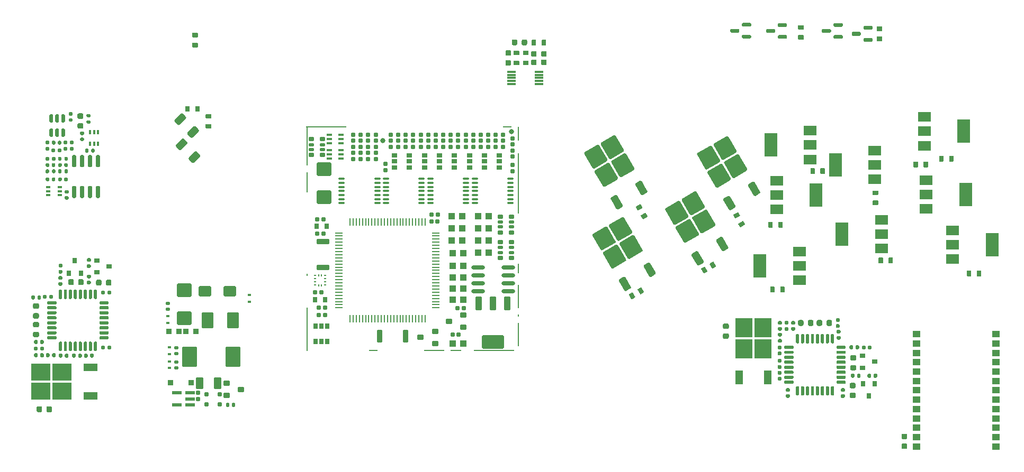
<source format=gtp>
G75*
G70*
%OFA0B0*%
%FSLAX25Y25*%
%IPPOS*%
%LPD*%
%AMOC8*
5,1,8,0,0,1.08239X$1,22.5*
%
%AMM128*
21,1,0.086610,0.073230,-0.000000,-0.000000,90.000000*
21,1,0.069290,0.090550,-0.000000,-0.000000,90.000000*
1,1,0.017320,0.036610,0.034650*
1,1,0.017320,0.036610,-0.034650*
1,1,0.017320,-0.036610,-0.034650*
1,1,0.017320,-0.036610,0.034650*
%
%AMM129*
21,1,0.094490,0.111020,-0.000000,-0.000000,180.000000*
21,1,0.075590,0.129920,-0.000000,-0.000000,180.000000*
1,1,0.018900,-0.037800,0.055510*
1,1,0.018900,0.037800,0.055510*
1,1,0.018900,0.037800,-0.055510*
1,1,0.018900,-0.037800,-0.055510*
%
%AMM130*
21,1,0.074800,0.083460,-0.000000,-0.000000,180.000000*
21,1,0.059840,0.098430,-0.000000,-0.000000,180.000000*
1,1,0.014960,-0.029920,0.041730*
1,1,0.014960,0.029920,0.041730*
1,1,0.014960,0.029920,-0.041730*
1,1,0.014960,-0.029920,-0.041730*
%
%AMM131*
21,1,0.078740,0.053540,-0.000000,-0.000000,0.000000*
21,1,0.065350,0.066930,-0.000000,-0.000000,0.000000*
1,1,0.013390,0.032680,-0.026770*
1,1,0.013390,-0.032680,-0.026770*
1,1,0.013390,-0.032680,0.026770*
1,1,0.013390,0.032680,0.026770*
%
%AMM132*
21,1,0.035430,0.030320,-0.000000,-0.000000,270.000000*
21,1,0.028350,0.037400,-0.000000,-0.000000,270.000000*
1,1,0.007090,-0.015160,-0.014170*
1,1,0.007090,-0.015160,0.014170*
1,1,0.007090,0.015160,0.014170*
1,1,0.007090,0.015160,-0.014170*
%
%AMM133*
21,1,0.021650,0.052760,-0.000000,-0.000000,90.000000*
21,1,0.017320,0.057090,-0.000000,-0.000000,90.000000*
1,1,0.004330,0.026380,0.008660*
1,1,0.004330,0.026380,-0.008660*
1,1,0.004330,-0.026380,-0.008660*
1,1,0.004330,-0.026380,0.008660*
%
%AMM134*
21,1,0.035830,0.026770,-0.000000,-0.000000,180.000000*
21,1,0.029130,0.033470,-0.000000,-0.000000,180.000000*
1,1,0.006690,-0.014570,0.013390*
1,1,0.006690,0.014570,0.013390*
1,1,0.006690,0.014570,-0.013390*
1,1,0.006690,-0.014570,-0.013390*
%
%AMM135*
21,1,0.070870,0.036220,-0.000000,-0.000000,270.000000*
21,1,0.061810,0.045280,-0.000000,-0.000000,270.000000*
1,1,0.009060,-0.018110,-0.030910*
1,1,0.009060,-0.018110,0.030910*
1,1,0.009060,0.018110,0.030910*
1,1,0.009060,0.018110,-0.030910*
%
%AMM136*
21,1,0.033470,0.026770,-0.000000,-0.000000,180.000000*
21,1,0.026770,0.033470,-0.000000,-0.000000,180.000000*
1,1,0.006690,-0.013390,0.013390*
1,1,0.006690,0.013390,0.013390*
1,1,0.006690,0.013390,-0.013390*
1,1,0.006690,-0.013390,-0.013390*
%
%AMM137*
21,1,0.015750,0.016540,-0.000000,-0.000000,90.000000*
21,1,0.012600,0.019680,-0.000000,-0.000000,90.000000*
1,1,0.003150,0.008270,0.006300*
1,1,0.003150,0.008270,-0.006300*
1,1,0.003150,-0.008270,-0.006300*
1,1,0.003150,-0.008270,0.006300*
%
%AMM138*
21,1,0.023620,0.018900,-0.000000,-0.000000,270.000000*
21,1,0.018900,0.023620,-0.000000,-0.000000,270.000000*
1,1,0.004720,-0.009450,-0.009450*
1,1,0.004720,-0.009450,0.009450*
1,1,0.004720,0.009450,0.009450*
1,1,0.004720,0.009450,-0.009450*
%
%AMM139*
21,1,0.019680,0.019680,-0.000000,-0.000000,180.000000*
21,1,0.015750,0.023620,-0.000000,-0.000000,180.000000*
1,1,0.003940,-0.007870,0.009840*
1,1,0.003940,0.007870,0.009840*
1,1,0.003940,0.007870,-0.009840*
1,1,0.003940,-0.007870,-0.009840*
%
%AMM140*
21,1,0.019680,0.019680,-0.000000,-0.000000,90.000000*
21,1,0.015750,0.023620,-0.000000,-0.000000,90.000000*
1,1,0.003940,0.009840,0.007870*
1,1,0.003940,0.009840,-0.007870*
1,1,0.003940,-0.009840,-0.007870*
1,1,0.003940,-0.009840,0.007870*
%
%AMM219*
21,1,0.025590,0.026380,-0.000000,-0.000000,90.000000*
21,1,0.020470,0.031500,-0.000000,-0.000000,90.000000*
1,1,0.005120,0.013190,0.010240*
1,1,0.005120,0.013190,-0.010240*
1,1,0.005120,-0.013190,-0.010240*
1,1,0.005120,-0.013190,0.010240*
%
%AMM220*
21,1,0.017720,0.027950,-0.000000,-0.000000,90.000000*
21,1,0.014170,0.031500,-0.000000,-0.000000,90.000000*
1,1,0.003540,0.013980,0.007090*
1,1,0.003540,0.013980,-0.007090*
1,1,0.003540,-0.013980,-0.007090*
1,1,0.003540,-0.013980,0.007090*
%
%AMM221*
21,1,0.012600,0.028980,-0.000000,-0.000000,270.000000*
21,1,0.010080,0.031500,-0.000000,-0.000000,270.000000*
1,1,0.002520,-0.014490,-0.005040*
1,1,0.002520,-0.014490,0.005040*
1,1,0.002520,0.014490,0.005040*
1,1,0.002520,0.014490,-0.005040*
%
%AMM222*
21,1,0.023620,0.030710,-0.000000,-0.000000,0.000000*
21,1,0.018900,0.035430,-0.000000,-0.000000,0.000000*
1,1,0.004720,0.009450,-0.015350*
1,1,0.004720,-0.009450,-0.015350*
1,1,0.004720,-0.009450,0.015350*
1,1,0.004720,0.009450,0.015350*
%
%AMM223*
21,1,0.027560,0.018900,-0.000000,-0.000000,270.000000*
21,1,0.022840,0.023620,-0.000000,-0.000000,270.000000*
1,1,0.004720,-0.009450,-0.011420*
1,1,0.004720,-0.009450,0.011420*
1,1,0.004720,0.009450,0.011420*
1,1,0.004720,0.009450,-0.011420*
%
%AMM224*
21,1,0.031500,0.072440,-0.000000,-0.000000,270.000000*
21,1,0.025200,0.078740,-0.000000,-0.000000,270.000000*
1,1,0.006300,-0.036220,-0.012600*
1,1,0.006300,-0.036220,0.012600*
1,1,0.006300,0.036220,0.012600*
1,1,0.006300,0.036220,-0.012600*
%
%AMM225*
21,1,0.027560,0.018900,-0.000000,-0.000000,0.000000*
21,1,0.022840,0.023620,-0.000000,-0.000000,0.000000*
1,1,0.004720,0.011420,-0.009450*
1,1,0.004720,-0.011420,-0.009450*
1,1,0.004720,-0.011420,0.009450*
1,1,0.004720,0.011420,0.009450*
%
%AMM226*
21,1,0.023620,0.030710,-0.000000,-0.000000,90.000000*
21,1,0.018900,0.035430,-0.000000,-0.000000,90.000000*
1,1,0.004720,0.015350,0.009450*
1,1,0.004720,0.015350,-0.009450*
1,1,0.004720,-0.015350,-0.009450*
1,1,0.004720,-0.015350,0.009450*
%
%AMM227*
21,1,0.035430,0.030320,-0.000000,-0.000000,90.000000*
21,1,0.028350,0.037400,-0.000000,-0.000000,90.000000*
1,1,0.007090,0.015160,0.014170*
1,1,0.007090,0.015160,-0.014170*
1,1,0.007090,-0.015160,-0.014170*
1,1,0.007090,-0.015160,0.014170*
%
%AMM228*
21,1,0.043310,0.075980,-0.000000,-0.000000,180.000000*
21,1,0.034650,0.084650,-0.000000,-0.000000,180.000000*
1,1,0.008660,-0.017320,0.037990*
1,1,0.008660,0.017320,0.037990*
1,1,0.008660,0.017320,-0.037990*
1,1,0.008660,-0.017320,-0.037990*
%
%AMM229*
21,1,0.039370,0.035430,-0.000000,-0.000000,180.000000*
21,1,0.031500,0.043310,-0.000000,-0.000000,180.000000*
1,1,0.007870,-0.015750,0.017720*
1,1,0.007870,0.015750,0.017720*
1,1,0.007870,0.015750,-0.017720*
1,1,0.007870,-0.015750,-0.017720*
%
%AMM230*
21,1,0.027560,0.030710,-0.000000,-0.000000,180.000000*
21,1,0.022050,0.036220,-0.000000,-0.000000,180.000000*
1,1,0.005510,-0.011020,0.015350*
1,1,0.005510,0.011020,0.015350*
1,1,0.005510,0.011020,-0.015350*
1,1,0.005510,-0.011020,-0.015350*
%
%AMM231*
21,1,0.031500,0.072440,-0.000000,-0.000000,180.000000*
21,1,0.025200,0.078740,-0.000000,-0.000000,180.000000*
1,1,0.006300,-0.012600,0.036220*
1,1,0.006300,0.012600,0.036220*
1,1,0.006300,0.012600,-0.036220*
1,1,0.006300,-0.012600,-0.036220*
%
%AMM232*
21,1,0.137800,0.067720,-0.000000,-0.000000,180.000000*
21,1,0.120870,0.084650,-0.000000,-0.000000,180.000000*
1,1,0.016930,-0.060430,0.033860*
1,1,0.016930,0.060430,0.033860*
1,1,0.016930,0.060430,-0.033860*
1,1,0.016930,-0.060430,-0.033860*
%
%AMM233*
21,1,0.043310,0.075990,-0.000000,-0.000000,180.000000*
21,1,0.034650,0.084650,-0.000000,-0.000000,180.000000*
1,1,0.008660,-0.017320,0.037990*
1,1,0.008660,0.017320,0.037990*
1,1,0.008660,0.017320,-0.037990*
1,1,0.008660,-0.017320,-0.037990*
%
%AMM234*
21,1,0.086610,0.073230,-0.000000,-0.000000,270.000000*
21,1,0.069290,0.090550,-0.000000,-0.000000,270.000000*
1,1,0.017320,-0.036610,-0.034650*
1,1,0.017320,-0.036610,0.034650*
1,1,0.017320,0.036610,0.034650*
1,1,0.017320,0.036610,-0.034650*
%
%ADD10R,0.07874X0.05906*%
%ADD11R,0.07874X0.14961*%
%ADD144R,0.02559X0.01575*%
%ADD145R,0.01575X0.02559*%
%ADD146R,0.05512X0.01181*%
%ADD147R,0.03543X0.03150*%
%ADD148R,0.04724X0.08661*%
%ADD151R,0.03150X0.03543*%
%ADD156R,0.10827X0.12008*%
%ADD162O,0.04724X0.00866*%
%ADD163O,0.00866X0.04724*%
%ADD164O,0.04331X0.01181*%
%ADD167R,0.01378X0.00984*%
%ADD168R,0.00984X0.01378*%
%ADD173O,0.08661X0.02362*%
%ADD291M128*%
%ADD292M129*%
%ADD293M130*%
%ADD294M131*%
%ADD295M132*%
%ADD296M133*%
%ADD297M134*%
%ADD298M135*%
%ADD299M136*%
%ADD300M137*%
%ADD301M138*%
%ADD302M139*%
%ADD303M140*%
%ADD327R,0.08661X0.04724*%
%ADD331R,0.12008X0.10827*%
%ADD409M219*%
%ADD410M220*%
%ADD411M221*%
%ADD412M222*%
%ADD413M223*%
%ADD414M224*%
%ADD415M225*%
%ADD416M226*%
%ADD417M227*%
%ADD418M228*%
%ADD419M229*%
%ADD420M230*%
%ADD421M231*%
%ADD422M232*%
%ADD423M233*%
%ADD424M234*%
%ADD51R,0.00787X0.14567*%
%ADD52R,0.00787X0.01575*%
%ADD53R,0.00787X0.06299*%
%ADD54R,0.00787X0.38189*%
%ADD55R,0.00787X0.09055*%
%ADD56R,0.05512X0.00787*%
%ADD57R,0.25197X0.00787*%
%ADD58R,0.06693X0.00787*%
%ADD59R,0.12992X0.00787*%
%ADD60R,0.00787X0.27559*%
%ADD61R,0.00787X0.12992*%
%ADD62R,0.00787X0.24803*%
%ADD63R,0.05118X0.03937*%
%ADD73C,0.03150*%
X0000000Y0000000D02*
%LPD*%
G01*
D10*
X0499902Y0194532D03*
X0499902Y0203587D03*
X0499902Y0212642D03*
D11*
X0475099Y0203587D03*
G36*
G01*
X0590083Y0196504D02*
X0590083Y0193433D01*
G75*
G02*
X0589807Y0193158I-000276J0000000D01*
G01*
X0587603Y0193158D01*
G75*
G02*
X0587327Y0193433I0000000J0000276D01*
G01*
X0587327Y0196504D01*
G75*
G02*
X0587603Y0196780I0000276J0000000D01*
G01*
X0589807Y0196780D01*
G75*
G02*
X0590083Y0196504I0000000J-000276D01*
G01*
G37*
G36*
G01*
X0583784Y0196504D02*
X0583784Y0193433D01*
G75*
G02*
X0583508Y0193158I-000276J0000000D01*
G01*
X0581303Y0193158D01*
G75*
G02*
X0581028Y0193433I0000000J0000276D01*
G01*
X0581028Y0196504D01*
G75*
G02*
X0581303Y0196780I0000276J0000000D01*
G01*
X0583508Y0196780D01*
G75*
G02*
X0583784Y0196504I0000000J-000276D01*
G01*
G37*
G36*
G01*
X0564953Y0189787D02*
X0564953Y0192858D01*
G75*
G02*
X0565229Y0193134I0000276J0000000D01*
G01*
X0567433Y0193134D01*
G75*
G02*
X0567709Y0192858I0000000J-000276D01*
G01*
X0567709Y0189787D01*
G75*
G02*
X0567433Y0189512I-000276J0000000D01*
G01*
X0565229Y0189512D01*
G75*
G02*
X0564953Y0189787I0000000J0000276D01*
G01*
G37*
G36*
G01*
X0571252Y0189787D02*
X0571252Y0192858D01*
G75*
G02*
X0571528Y0193134I0000276J0000000D01*
G01*
X0573733Y0193134D01*
G75*
G02*
X0574008Y0192858I0000000J-000276D01*
G01*
X0574008Y0189787D01*
G75*
G02*
X0573733Y0189512I-000276J0000000D01*
G01*
X0571528Y0189512D01*
G75*
G02*
X0571252Y0189787I0000000J0000276D01*
G01*
G37*
G36*
G01*
X0542425Y0165791D02*
X0539354Y0165791D01*
G75*
G02*
X0539079Y0166067I0000000J0000276D01*
G01*
X0539079Y0168272D01*
G75*
G02*
X0539354Y0168547I0000276J0000000D01*
G01*
X0542425Y0168547D01*
G75*
G02*
X0542701Y0168272I0000000J-000276D01*
G01*
X0542701Y0166067D01*
G75*
G02*
X0542425Y0165791I-000276J0000000D01*
G01*
G37*
G36*
G01*
X0542425Y0172091D02*
X0539354Y0172091D01*
G75*
G02*
X0539079Y0172366I0000000J0000276D01*
G01*
X0539079Y0174571D01*
G75*
G02*
X0539354Y0174847I0000276J0000000D01*
G01*
X0542425Y0174847D01*
G75*
G02*
X0542701Y0174571I0000000J-000276D01*
G01*
X0542701Y0172366D01*
G75*
G02*
X0542425Y0172091I-000276J0000000D01*
G01*
G37*
D10*
X0493111Y0118221D03*
X0493111Y0127276D03*
X0493111Y0136331D03*
D11*
X0468307Y0127276D03*
G36*
G01*
X0452379Y0163935D02*
X0449992Y0162557D01*
G75*
G02*
X0448648Y0162917I-000492J0000852D01*
G01*
X0445301Y0168713D01*
G75*
G02*
X0445661Y0170058I0000852J0000492D01*
G01*
X0448048Y0171436D01*
G75*
G02*
X0449393Y0171075I0000492J-000852D01*
G01*
X0452739Y0165279D01*
G75*
G02*
X0452379Y0163935I-000852J-000492D01*
G01*
G37*
G36*
G01*
X0449328Y0181266D02*
X0441656Y0176837D01*
G75*
G02*
X0440312Y0177198I-000492J0000852D01*
G01*
X0435292Y0185892D01*
G75*
G02*
X0435652Y0187236I0000852J0000492D01*
G01*
X0443324Y0191666D01*
G75*
G02*
X0444668Y0191305I0000492J-000852D01*
G01*
X0449688Y0182611D01*
G75*
G02*
X0449328Y0181266I-000852J-000492D01*
G01*
G37*
G36*
G01*
X0459727Y0187270D02*
X0452055Y0182841D01*
G75*
G02*
X0450711Y0183202I-000492J0000852D01*
G01*
X0445691Y0191896D01*
G75*
G02*
X0446051Y0193240I0000852J0000492D01*
G01*
X0453723Y0197670D01*
G75*
G02*
X0455067Y0197309I0000492J-000852D01*
G01*
X0460087Y0188615D01*
G75*
G02*
X0459727Y0187270I-000852J-000492D01*
G01*
G37*
G36*
G01*
X0442733Y0192688D02*
X0435062Y0188259D01*
G75*
G02*
X0433717Y0188620I-000492J0000852D01*
G01*
X0428697Y0197314D01*
G75*
G02*
X0429058Y0198658I0000852J0000492D01*
G01*
X0436729Y0203088D01*
G75*
G02*
X0438074Y0202727I0000492J-000852D01*
G01*
X0443093Y0194033D01*
G75*
G02*
X0442733Y0192688I-000852J-000492D01*
G01*
G37*
G36*
G01*
X0453132Y0198692D02*
X0445461Y0194263D01*
G75*
G02*
X0444116Y0194624I-000492J0000852D01*
G01*
X0439097Y0203318D01*
G75*
G02*
X0439457Y0204662I0000852J0000492D01*
G01*
X0447128Y0209092D01*
G75*
G02*
X0448473Y0208731I0000492J-000852D01*
G01*
X0453492Y0200037D01*
G75*
G02*
X0453132Y0198692I-000852J-000492D01*
G01*
G37*
G36*
G01*
X0467926Y0172911D02*
X0465540Y0171533D01*
G75*
G02*
X0464195Y0171893I-000492J0000852D01*
G01*
X0460849Y0177690D01*
G75*
G02*
X0461209Y0179034I0000852J0000492D01*
G01*
X0463596Y0180412D01*
G75*
G02*
X0464940Y0180052I0000492J-000852D01*
G01*
X0468287Y0174255D01*
G75*
G02*
X0467926Y0172911I-000852J-000492D01*
G01*
G37*
G36*
G01*
X0381390Y0164486D02*
X0379004Y0163108D01*
G75*
G02*
X0377659Y0163468I-000492J0000852D01*
G01*
X0374313Y0169264D01*
G75*
G02*
X0374673Y0170609I0000852J0000492D01*
G01*
X0377060Y0171987D01*
G75*
G02*
X0378404Y0171627I0000492J-000852D01*
G01*
X0381750Y0165830D01*
G75*
G02*
X0381390Y0164486I-000852J-000492D01*
G01*
G37*
G36*
G01*
X0378339Y0181818D02*
X0370668Y0177389D01*
G75*
G02*
X0369323Y0177749I-000492J0000852D01*
G01*
X0364303Y0186443D01*
G75*
G02*
X0364664Y0187788I0000852J0000492D01*
G01*
X0372335Y0192217D01*
G75*
G02*
X0373680Y0191857I0000492J-000852D01*
G01*
X0378699Y0183162D01*
G75*
G02*
X0378339Y0181818I-000852J-000492D01*
G01*
G37*
G36*
G01*
X0388738Y0187822D02*
X0381067Y0183392D01*
G75*
G02*
X0379722Y0183753I-000492J0000852D01*
G01*
X0374703Y0192447D01*
G75*
G02*
X0375063Y0193792I0000852J0000492D01*
G01*
X0382734Y0198221D01*
G75*
G02*
X0384079Y0197860I0000492J-000852D01*
G01*
X0389098Y0189166D01*
G75*
G02*
X0388738Y0187822I-000852J-000492D01*
G01*
G37*
G36*
G01*
X0371745Y0193240D02*
X0364073Y0188811D01*
G75*
G02*
X0362729Y0189171I-000492J0000852D01*
G01*
X0357709Y0197865D01*
G75*
G02*
X0358069Y0199210I0000852J0000492D01*
G01*
X0365741Y0203639D01*
G75*
G02*
X0367085Y0203279I0000492J-000852D01*
G01*
X0372105Y0194584D01*
G75*
G02*
X0371745Y0193240I-000852J-000492D01*
G01*
G37*
G36*
G01*
X0382144Y0199244D02*
X0374472Y0194814D01*
G75*
G02*
X0373128Y0195175I-000492J0000852D01*
G01*
X0368108Y0203869D01*
G75*
G02*
X0368468Y0205214I0000852J0000492D01*
G01*
X0376140Y0209643D01*
G75*
G02*
X0377484Y0209282I0000492J-000852D01*
G01*
X0382504Y0200588D01*
G75*
G02*
X0382144Y0199244I-000852J-000492D01*
G01*
G37*
G36*
G01*
X0396938Y0173462D02*
X0394551Y0172084D01*
G75*
G02*
X0393207Y0172444I-000492J0000852D01*
G01*
X0389860Y0178241D01*
G75*
G02*
X0390220Y0179585I0000852J0000492D01*
G01*
X0392607Y0180963D01*
G75*
G02*
X0393952Y0180603I0000492J-000852D01*
G01*
X0397298Y0174807D01*
G75*
G02*
X0396938Y0173462I-000852J-000492D01*
G01*
G37*
G36*
G01*
X0114087Y0265205D02*
X0111016Y0265205D01*
G75*
G02*
X0110740Y0265480I0000000J0000276D01*
G01*
X0110740Y0267685D01*
G75*
G02*
X0111016Y0267961I0000276J0000000D01*
G01*
X0114087Y0267961D01*
G75*
G02*
X0114363Y0267685I0000000J-000276D01*
G01*
X0114363Y0265480D01*
G75*
G02*
X0114087Y0265205I-000276J0000000D01*
G01*
G37*
G36*
G01*
X0114087Y0271504D02*
X0111016Y0271504D01*
G75*
G02*
X0110740Y0271780I0000000J0000276D01*
G01*
X0110740Y0273984D01*
G75*
G02*
X0111016Y0274260I0000276J0000000D01*
G01*
X0114087Y0274260D01*
G75*
G02*
X0114363Y0273984I0000000J-000276D01*
G01*
X0114363Y0271780D01*
G75*
G02*
X0114087Y0271504I-000276J0000000D01*
G01*
G37*
G36*
G01*
X0551965Y0132284D02*
X0551965Y0129213D01*
G75*
G02*
X0551689Y0128937I-000276J0000000D01*
G01*
X0549485Y0128937D01*
G75*
G02*
X0549209Y0129213I0000000J0000276D01*
G01*
X0549209Y0132284D01*
G75*
G02*
X0549485Y0132559I0000276J0000000D01*
G01*
X0551689Y0132559D01*
G75*
G02*
X0551965Y0132284I0000000J-000276D01*
G01*
G37*
G36*
G01*
X0545666Y0132284D02*
X0545666Y0129213D01*
G75*
G02*
X0545390Y0128937I-000276J0000000D01*
G01*
X0543185Y0128937D01*
G75*
G02*
X0542910Y0129213I0000000J0000276D01*
G01*
X0542910Y0132284D01*
G75*
G02*
X0543185Y0132559I0000276J0000000D01*
G01*
X0545390Y0132559D01*
G75*
G02*
X0545666Y0132284I0000000J-000276D01*
G01*
G37*
G36*
G01*
X0115492Y0227917D02*
X0115492Y0224847D01*
G75*
G02*
X0115217Y0224571I-000276J0000000D01*
G01*
X0113012Y0224571D01*
G75*
G02*
X0112737Y0224847I0000000J0000276D01*
G01*
X0112737Y0227917D01*
G75*
G02*
X0113012Y0228193I0000276J0000000D01*
G01*
X0115217Y0228193D01*
G75*
G02*
X0115492Y0227917I0000000J-000276D01*
G01*
G37*
G36*
G01*
X0109193Y0227917D02*
X0109193Y0224847D01*
G75*
G02*
X0108918Y0224571I-000276J0000000D01*
G01*
X0106713Y0224571D01*
G75*
G02*
X0106437Y0224847I0000000J0000276D01*
G01*
X0106437Y0227917D01*
G75*
G02*
X0106713Y0228193I0000276J0000000D01*
G01*
X0108918Y0228193D01*
G75*
G02*
X0109193Y0227917I0000000J-000276D01*
G01*
G37*
D10*
X0544666Y0138311D03*
X0544666Y0147366D03*
X0544666Y0156421D03*
D11*
X0519863Y0147366D03*
G36*
G01*
X0432351Y0129068D02*
X0429964Y0127690D01*
G75*
G02*
X0428620Y0128051I-000492J0000852D01*
G01*
X0425273Y0133847D01*
G75*
G02*
X0425634Y0135191I0000852J0000492D01*
G01*
X0428020Y0136569D01*
G75*
G02*
X0429365Y0136209I0000492J-000852D01*
G01*
X0432711Y0130413D01*
G75*
G02*
X0432351Y0129068I-000852J-000492D01*
G01*
G37*
G36*
G01*
X0429300Y0146400D02*
X0421629Y0141971D01*
G75*
G02*
X0420284Y0142331I-000492J0000852D01*
G01*
X0415264Y0151026D01*
G75*
G02*
X0415625Y0152370I0000852J0000492D01*
G01*
X0423296Y0156799D01*
G75*
G02*
X0424641Y0156439I0000492J-000852D01*
G01*
X0429660Y0147745D01*
G75*
G02*
X0429300Y0146400I-000852J-000492D01*
G01*
G37*
G36*
G01*
X0439699Y0152404D02*
X0432028Y0147975D01*
G75*
G02*
X0430683Y0148335I-000492J0000852D01*
G01*
X0425663Y0157030D01*
G75*
G02*
X0426024Y0158374I0000852J0000492D01*
G01*
X0433695Y0162803D01*
G75*
G02*
X0435040Y0162443I0000492J-000852D01*
G01*
X0440059Y0153749D01*
G75*
G02*
X0439699Y0152404I-000852J-000492D01*
G01*
G37*
G36*
G01*
X0422706Y0157822D02*
X0415034Y0153393D01*
G75*
G02*
X0413690Y0153753I-000492J0000852D01*
G01*
X0408670Y0162448D01*
G75*
G02*
X0409030Y0163792I0000852J0000492D01*
G01*
X0416702Y0168221D01*
G75*
G02*
X0418046Y0167861I0000492J-000852D01*
G01*
X0423066Y0159167D01*
G75*
G02*
X0422706Y0157822I-000852J-000492D01*
G01*
G37*
G36*
G01*
X0433105Y0163826D02*
X0425433Y0159397D01*
G75*
G02*
X0424089Y0159757I-000492J0000852D01*
G01*
X0419069Y0168452D01*
G75*
G02*
X0419429Y0169796I0000852J0000492D01*
G01*
X0427101Y0174225D01*
G75*
G02*
X0428445Y0173865I0000492J-000852D01*
G01*
X0433465Y0165171D01*
G75*
G02*
X0433105Y0163826I-000852J-000492D01*
G01*
G37*
G36*
G01*
X0447899Y0138045D02*
X0445512Y0136667D01*
G75*
G02*
X0444167Y0137027I-000492J0000852D01*
G01*
X0440821Y0142823D01*
G75*
G02*
X0441181Y0144168I0000852J0000492D01*
G01*
X0443568Y0145546D01*
G75*
G02*
X0444912Y0145186I0000492J-000852D01*
G01*
X0448259Y0139389D01*
G75*
G02*
X0447899Y0138045I-000852J-000492D01*
G01*
G37*
G36*
G01*
X0495595Y0270150D02*
X0492524Y0270150D01*
G75*
G02*
X0492248Y0270425I0000000J0000276D01*
G01*
X0492248Y0272630D01*
G75*
G02*
X0492524Y0272906I0000276J0000000D01*
G01*
X0495595Y0272906D01*
G75*
G02*
X0495870Y0272630I0000000J-000276D01*
G01*
X0495870Y0270425D01*
G75*
G02*
X0495595Y0270150I-000276J0000000D01*
G01*
G37*
G36*
G01*
X0495595Y0276449D02*
X0492524Y0276449D01*
G75*
G02*
X0492248Y0276724I0000000J0000276D01*
G01*
X0492248Y0278929D01*
G75*
G02*
X0492524Y0279205I0000276J0000000D01*
G01*
X0495595Y0279205D01*
G75*
G02*
X0495870Y0278929I0000000J-000276D01*
G01*
X0495870Y0276724D01*
G75*
G02*
X0495595Y0276449I-000276J0000000D01*
G01*
G37*
D10*
X0540469Y0181972D03*
X0540469Y0191028D03*
X0540469Y0200083D03*
D11*
X0515666Y0191028D03*
D10*
X0478650Y0181024D03*
X0478650Y0171969D03*
X0478650Y0162913D03*
D11*
X0503453Y0171969D03*
G36*
G01*
X0560496Y0011945D02*
X0557819Y0011945D01*
G75*
G02*
X0557485Y0012280I0000000J0000335D01*
G01*
X0557485Y0014957D01*
G75*
G02*
X0557819Y0015291I0000335J0000000D01*
G01*
X0560496Y0015291D01*
G75*
G02*
X0560831Y0014957I0000000J-000335D01*
G01*
X0560831Y0012280D01*
G75*
G02*
X0560496Y0011945I-000335J0000000D01*
G01*
G37*
G36*
G01*
X0560496Y0018165D02*
X0557819Y0018165D01*
G75*
G02*
X0557485Y0018500I0000000J0000335D01*
G01*
X0557485Y0021177D01*
G75*
G02*
X0557819Y0021512I0000335J0000000D01*
G01*
X0560496Y0021512D01*
G75*
G02*
X0560831Y0021177I0000000J-000335D01*
G01*
X0560831Y0018500D01*
G75*
G02*
X0560496Y0018165I-000335J0000000D01*
G01*
G37*
G36*
G01*
X0387300Y0106438D02*
X0385764Y0109097D01*
G75*
G02*
X0385865Y0109474I0000239J0000138D01*
G01*
X0387775Y0110576D01*
G75*
G02*
X0388151Y0110475I0000138J-000239D01*
G01*
X0389687Y0107816D01*
G75*
G02*
X0389586Y0107440I-000239J-000138D01*
G01*
X0387676Y0106337D01*
G75*
G02*
X0387300Y0106438I-000138J0000239D01*
G01*
G37*
G36*
G01*
X0392755Y0109588D02*
X0391220Y0112247D01*
G75*
G02*
X0391321Y0112624I0000239J0000138D01*
G01*
X0393230Y0113726D01*
G75*
G02*
X0393606Y0113625I0000138J-000239D01*
G01*
X0395142Y0110966D01*
G75*
G02*
X0395041Y0110589I-000239J-000138D01*
G01*
X0393132Y0109487D01*
G75*
G02*
X0392755Y0109588I-000138J0000239D01*
G01*
G37*
G36*
G01*
X0473524Y0151791D02*
X0473524Y0154862D01*
G75*
G02*
X0473800Y0155138I0000276J0000000D01*
G01*
X0476004Y0155138D01*
G75*
G02*
X0476280Y0154862I0000000J-000276D01*
G01*
X0476280Y0151791D01*
G75*
G02*
X0476004Y0151516I-000276J0000000D01*
G01*
X0473800Y0151516D01*
G75*
G02*
X0473524Y0151791I0000000J0000276D01*
G01*
G37*
G36*
G01*
X0479823Y0151791D02*
X0479823Y0154862D01*
G75*
G02*
X0480099Y0155138I0000276J0000000D01*
G01*
X0482303Y0155138D01*
G75*
G02*
X0482579Y0154862I0000000J-000276D01*
G01*
X0482579Y0151791D01*
G75*
G02*
X0482303Y0151516I-000276J0000000D01*
G01*
X0480099Y0151516D01*
G75*
G02*
X0479823Y0151791I0000000J0000276D01*
G01*
G37*
G36*
G01*
X0432721Y0122718D02*
X0431186Y0125377D01*
G75*
G02*
X0431287Y0125753I0000239J0000138D01*
G01*
X0433196Y0126856D01*
G75*
G02*
X0433572Y0126755I0000138J-000239D01*
G01*
X0435108Y0124096D01*
G75*
G02*
X0435007Y0123719I-000239J-000138D01*
G01*
X0433098Y0122617D01*
G75*
G02*
X0432721Y0122718I-000138J0000239D01*
G01*
G37*
G36*
G01*
X0438176Y0125867D02*
X0436641Y0128527D01*
G75*
G02*
X0436742Y0128903I0000239J0000138D01*
G01*
X0438651Y0130005D01*
G75*
G02*
X0439028Y0129905I0000138J-000239D01*
G01*
X0440563Y0127245D01*
G75*
G02*
X0440462Y0126869I-000239J-000138D01*
G01*
X0438553Y0125766D01*
G75*
G02*
X0438176Y0125867I-000138J0000239D01*
G01*
G37*
G36*
G01*
X0386585Y0112922D02*
X0384199Y0111544D01*
G75*
G02*
X0382854Y0111904I-000492J0000852D01*
G01*
X0379508Y0117700D01*
G75*
G02*
X0379868Y0119045I0000852J0000492D01*
G01*
X0382255Y0120423D01*
G75*
G02*
X0383599Y0120062I0000492J-000852D01*
G01*
X0386946Y0114266D01*
G75*
G02*
X0386585Y0112922I-000852J-000492D01*
G01*
G37*
G36*
G01*
X0383534Y0130253D02*
X0375863Y0125824D01*
G75*
G02*
X0374518Y0126185I-000492J0000852D01*
G01*
X0369498Y0134879D01*
G75*
G02*
X0369859Y0136223I0000852J0000492D01*
G01*
X0377530Y0140653D01*
G75*
G02*
X0378875Y0140292I0000492J-000852D01*
G01*
X0383894Y0131598D01*
G75*
G02*
X0383534Y0130253I-000852J-000492D01*
G01*
G37*
G36*
G01*
X0393933Y0136257D02*
X0386262Y0131828D01*
G75*
G02*
X0384917Y0132189I-000492J0000852D01*
G01*
X0379898Y0140883D01*
G75*
G02*
X0380258Y0142227I0000852J0000492D01*
G01*
X0387929Y0146657D01*
G75*
G02*
X0389274Y0146296I0000492J-000852D01*
G01*
X0394294Y0137602D01*
G75*
G02*
X0393933Y0136257I-000852J-000492D01*
G01*
G37*
G36*
G01*
X0376940Y0141675D02*
X0369268Y0137246D01*
G75*
G02*
X0367924Y0137607I-000492J0000852D01*
G01*
X0362904Y0146301D01*
G75*
G02*
X0363264Y0147645I0000852J0000492D01*
G01*
X0370936Y0152075D01*
G75*
G02*
X0372280Y0151714I0000492J-000852D01*
G01*
X0377300Y0143020D01*
G75*
G02*
X0376940Y0141675I-000852J-000492D01*
G01*
G37*
G36*
G01*
X0387339Y0147679D02*
X0379667Y0143250D01*
G75*
G02*
X0378323Y0143611I-000492J0000852D01*
G01*
X0373303Y0152305D01*
G75*
G02*
X0373663Y0153649I0000852J0000492D01*
G01*
X0381335Y0158079D01*
G75*
G02*
X0382679Y0157718I0000492J-000852D01*
G01*
X0387699Y0149024D01*
G75*
G02*
X0387339Y0147679I-000852J-000492D01*
G01*
G37*
G36*
G01*
X0402133Y0121898D02*
X0399746Y0120520D01*
G75*
G02*
X0398402Y0120880I-000492J0000852D01*
G01*
X0395055Y0126676D01*
G75*
G02*
X0395415Y0128021I0000852J0000492D01*
G01*
X0397802Y0129399D01*
G75*
G02*
X0399147Y0129039I0000492J-000852D01*
G01*
X0402493Y0123242D01*
G75*
G02*
X0402133Y0121898I-000852J-000492D01*
G01*
G37*
G36*
G01*
X0509044Y0188650D02*
X0509044Y0185579D01*
G75*
G02*
X0508768Y0185303I-000276J0000000D01*
G01*
X0506563Y0185303D01*
G75*
G02*
X0506288Y0185579I0000000J0000276D01*
G01*
X0506288Y0188650D01*
G75*
G02*
X0506563Y0188925I0000276J0000000D01*
G01*
X0508768Y0188925D01*
G75*
G02*
X0509044Y0188650I0000000J-000276D01*
G01*
G37*
G36*
G01*
X0502744Y0188650D02*
X0502744Y0185579D01*
G75*
G02*
X0502469Y0185303I-000276J0000000D01*
G01*
X0500264Y0185303D01*
G75*
G02*
X0499989Y0185579I0000000J0000276D01*
G01*
X0499989Y0188650D01*
G75*
G02*
X0500264Y0188925I0000276J0000000D01*
G01*
X0502469Y0188925D01*
G75*
G02*
X0502744Y0188650I0000000J-000276D01*
G01*
G37*
G36*
G01*
X0607532Y0124122D02*
X0607532Y0121051D01*
G75*
G02*
X0607256Y0120776I-000276J0000000D01*
G01*
X0605052Y0120776D01*
G75*
G02*
X0604776Y0121051I0000000J0000276D01*
G01*
X0604776Y0124122D01*
G75*
G02*
X0605052Y0124398I0000276J0000000D01*
G01*
X0607256Y0124398D01*
G75*
G02*
X0607532Y0124122I0000000J-000276D01*
G01*
G37*
G36*
G01*
X0601233Y0124122D02*
X0601233Y0121051D01*
G75*
G02*
X0600957Y0120776I-000276J0000000D01*
G01*
X0598752Y0120776D01*
G75*
G02*
X0598477Y0121051I0000000J0000276D01*
G01*
X0598477Y0124122D01*
G75*
G02*
X0598752Y0124398I0000276J0000000D01*
G01*
X0600957Y0124398D01*
G75*
G02*
X0601233Y0124122I0000000J-000276D01*
G01*
G37*
G36*
G01*
X0462662Y0272512D02*
X0462662Y0271331D01*
G75*
G02*
X0462071Y0270740I-000591J0000000D01*
G01*
X0457445Y0270740D01*
G75*
G02*
X0456855Y0271331I0000000J0000591D01*
G01*
X0456855Y0272512D01*
G75*
G02*
X0457445Y0273102I0000591J0000000D01*
G01*
X0462071Y0273102D01*
G75*
G02*
X0462662Y0272512I0000000J-000591D01*
G01*
G37*
G36*
G01*
X0455280Y0276252D02*
X0455280Y0275071D01*
G75*
G02*
X0454689Y0274480I-000591J0000000D01*
G01*
X0450063Y0274480D01*
G75*
G02*
X0449473Y0275071I0000000J0000591D01*
G01*
X0449473Y0276252D01*
G75*
G02*
X0450063Y0276843I0000591J0000000D01*
G01*
X0454689Y0276843D01*
G75*
G02*
X0455280Y0276252I0000000J-000591D01*
G01*
G37*
G36*
G01*
X0462662Y0279992D02*
X0462662Y0278811D01*
G75*
G02*
X0462071Y0278221I-000591J0000000D01*
G01*
X0457445Y0278221D01*
G75*
G02*
X0456855Y0278811I0000000J0000591D01*
G01*
X0456855Y0279992D01*
G75*
G02*
X0457445Y0280583I0000591J0000000D01*
G01*
X0462071Y0280583D01*
G75*
G02*
X0462662Y0279992I0000000J-000591D01*
G01*
G37*
D10*
X0572855Y0181354D03*
X0572855Y0172299D03*
X0572855Y0163244D03*
D11*
X0597658Y0172299D03*
G36*
G01*
X0545004Y0269165D02*
X0541933Y0269165D01*
G75*
G02*
X0541658Y0269441I0000000J0000276D01*
G01*
X0541658Y0271646D01*
G75*
G02*
X0541933Y0271921I0000276J0000000D01*
G01*
X0545004Y0271921D01*
G75*
G02*
X0545280Y0271646I0000000J-000276D01*
G01*
X0545280Y0269441D01*
G75*
G02*
X0545004Y0269165I-000276J0000000D01*
G01*
G37*
G36*
G01*
X0545004Y0275465D02*
X0541933Y0275465D01*
G75*
G02*
X0541658Y0275740I0000000J0000276D01*
G01*
X0541658Y0277945D01*
G75*
G02*
X0541933Y0278221I0000276J0000000D01*
G01*
X0545004Y0278221D01*
G75*
G02*
X0545280Y0277945I0000000J-000276D01*
G01*
X0545280Y0275740D01*
G75*
G02*
X0545004Y0275465I-000276J0000000D01*
G01*
G37*
G36*
G01*
X0451521Y0159657D02*
X0454180Y0161193D01*
G75*
G02*
X0454557Y0161092I0000138J-000239D01*
G01*
X0455659Y0159182D01*
G75*
G02*
X0455558Y0158806I-000239J-000138D01*
G01*
X0452899Y0157271D01*
G75*
G02*
X0452522Y0157371I-000138J0000239D01*
G01*
X0451420Y0159281D01*
G75*
G02*
X0451521Y0159657I0000239J0000138D01*
G01*
G37*
G36*
G01*
X0454671Y0154202D02*
X0457330Y0155737D01*
G75*
G02*
X0457707Y0155637I0000138J-000239D01*
G01*
X0458809Y0153727D01*
G75*
G02*
X0458708Y0153351I-000239J-000138D01*
G01*
X0456049Y0151815D01*
G75*
G02*
X0455672Y0151916I-000138J0000239D01*
G01*
X0454570Y0153826D01*
G75*
G02*
X0454671Y0154202I0000239J0000138D01*
G01*
G37*
G36*
G01*
X0397330Y0158407D02*
X0394671Y0156871D01*
G75*
G02*
X0394294Y0156972I-000138J0000239D01*
G01*
X0393192Y0158881D01*
G75*
G02*
X0393293Y0159258I0000239J0000138D01*
G01*
X0395952Y0160793D01*
G75*
G02*
X0396329Y0160692I0000138J-000239D01*
G01*
X0397431Y0158783D01*
G75*
G02*
X0397330Y0158407I-000239J-000138D01*
G01*
G37*
G36*
G01*
X0394180Y0163862D02*
X0391521Y0162326D01*
G75*
G02*
X0391145Y0162427I-000138J0000239D01*
G01*
X0390042Y0164337D01*
G75*
G02*
X0390143Y0164713I0000239J0000138D01*
G01*
X0392802Y0166249D01*
G75*
G02*
X0393179Y0166148I0000138J-000239D01*
G01*
X0394281Y0164238D01*
G75*
G02*
X0394180Y0163862I-000239J-000138D01*
G01*
G37*
D10*
X0589599Y0149807D03*
X0589599Y0140752D03*
X0589599Y0131697D03*
D11*
X0614402Y0140752D03*
G36*
G01*
X0485250Y0272315D02*
X0485250Y0271134D01*
G75*
G02*
X0484660Y0270543I-000591J0000000D01*
G01*
X0480034Y0270543D01*
G75*
G02*
X0479443Y0271134I0000000J0000591D01*
G01*
X0479443Y0272315D01*
G75*
G02*
X0480034Y0272906I0000591J0000000D01*
G01*
X0484660Y0272906D01*
G75*
G02*
X0485250Y0272315I0000000J-000591D01*
G01*
G37*
G36*
G01*
X0477868Y0276055D02*
X0477868Y0274874D01*
G75*
G02*
X0477278Y0274284I-000591J0000000D01*
G01*
X0472652Y0274284D01*
G75*
G02*
X0472061Y0274874I0000000J0000591D01*
G01*
X0472061Y0276055D01*
G75*
G02*
X0472652Y0276646I0000591J0000000D01*
G01*
X0477278Y0276646D01*
G75*
G02*
X0477868Y0276055I0000000J-000591D01*
G01*
G37*
G36*
G01*
X0485250Y0279795D02*
X0485250Y0278614D01*
G75*
G02*
X0484660Y0278024I-000591J0000000D01*
G01*
X0480034Y0278024D01*
G75*
G02*
X0479443Y0278614I0000000J0000591D01*
G01*
X0479443Y0279795D01*
G75*
G02*
X0480034Y0280386I0000591J0000000D01*
G01*
X0484660Y0280386D01*
G75*
G02*
X0485250Y0279795I0000000J-000591D01*
G01*
G37*
G36*
G01*
X0520366Y0272437D02*
X0520366Y0271256D01*
G75*
G02*
X0519776Y0270665I-000591J0000000D01*
G01*
X0515150Y0270665D01*
G75*
G02*
X0514559Y0271256I0000000J0000591D01*
G01*
X0514559Y0272437D01*
G75*
G02*
X0515150Y0273028I0000591J0000000D01*
G01*
X0519776Y0273028D01*
G75*
G02*
X0520366Y0272437I0000000J-000591D01*
G01*
G37*
G36*
G01*
X0512985Y0276177D02*
X0512985Y0274996D01*
G75*
G02*
X0512394Y0274406I-000591J0000000D01*
G01*
X0507768Y0274406D01*
G75*
G02*
X0507177Y0274996I0000000J0000591D01*
G01*
X0507177Y0276177D01*
G75*
G02*
X0507768Y0276768I0000591J0000000D01*
G01*
X0512394Y0276768D01*
G75*
G02*
X0512985Y0276177I0000000J-000591D01*
G01*
G37*
G36*
G01*
X0520366Y0279917D02*
X0520366Y0278736D01*
G75*
G02*
X0519776Y0278146I-000591J0000000D01*
G01*
X0515150Y0278146D01*
G75*
G02*
X0514559Y0278736I0000000J0000591D01*
G01*
X0514559Y0279917D01*
G75*
G02*
X0515150Y0280508I0000591J0000000D01*
G01*
X0519776Y0280508D01*
G75*
G02*
X0520366Y0279917I0000000J-000591D01*
G01*
G37*
G36*
G01*
X0539237Y0270543D02*
X0539237Y0269362D01*
G75*
G02*
X0538646Y0268772I-000591J0000000D01*
G01*
X0534020Y0268772D01*
G75*
G02*
X0533429Y0269362I0000000J0000591D01*
G01*
X0533429Y0270543D01*
G75*
G02*
X0534020Y0271134I0000591J0000000D01*
G01*
X0538646Y0271134D01*
G75*
G02*
X0539237Y0270543I0000000J-000591D01*
G01*
G37*
G36*
G01*
X0531855Y0274284D02*
X0531855Y0273102D01*
G75*
G02*
X0531264Y0272512I-000591J0000000D01*
G01*
X0526638Y0272512D01*
G75*
G02*
X0526048Y0273102I0000000J0000591D01*
G01*
X0526048Y0274284D01*
G75*
G02*
X0526638Y0274874I0000591J0000000D01*
G01*
X0531264Y0274874D01*
G75*
G02*
X0531855Y0274284I0000000J-000591D01*
G01*
G37*
G36*
G01*
X0539237Y0278024D02*
X0539237Y0276843D01*
G75*
G02*
X0538646Y0276252I-000591J0000000D01*
G01*
X0534020Y0276252D01*
G75*
G02*
X0533429Y0276843I0000000J0000591D01*
G01*
X0533429Y0278024D01*
G75*
G02*
X0534020Y0278614I0000591J0000000D01*
G01*
X0538646Y0278614D01*
G75*
G02*
X0539237Y0278024I0000000J-000591D01*
G01*
G37*
G36*
G01*
X0101785Y0216401D02*
X0099864Y0218322D01*
G75*
G02*
X0099864Y0219603I0000640J0000640D01*
G01*
X0103594Y0223333D01*
G75*
G02*
X0104875Y0223333I0000640J-000640D01*
G01*
X0106796Y0221412D01*
G75*
G02*
X0106796Y0220132I-000640J-000640D01*
G01*
X0103065Y0216401D01*
G75*
G02*
X0101785Y0216401I-000640J0000640D01*
G01*
G37*
G36*
G01*
X0109858Y0208328D02*
X0107937Y0210249D01*
G75*
G02*
X0107937Y0211530I0000640J0000640D01*
G01*
X0111668Y0215260D01*
G75*
G02*
X0112948Y0215260I0000640J-000640D01*
G01*
X0114869Y0213339D01*
G75*
G02*
X0114869Y0212059I-000640J-000640D01*
G01*
X0111139Y0208328D01*
G75*
G02*
X0109858Y0208328I-000640J0000640D01*
G01*
G37*
D63*
X0566654Y0084347D03*
X0566654Y0078441D03*
X0566654Y0072535D03*
X0566654Y0066630D03*
X0566654Y0060724D03*
X0566654Y0054819D03*
X0566654Y0048913D03*
X0566654Y0043008D03*
X0566654Y0037102D03*
X0566654Y0031197D03*
X0566654Y0025291D03*
X0566654Y0019386D03*
X0566654Y0013480D03*
X0616654Y0013480D03*
X0616654Y0019386D03*
X0616654Y0025291D03*
X0616654Y0031197D03*
X0616654Y0037102D03*
X0616654Y0043008D03*
X0616654Y0048913D03*
X0616654Y0054819D03*
X0616654Y0060724D03*
X0616654Y0066630D03*
X0616654Y0072535D03*
X0616654Y0078441D03*
X0616654Y0084347D03*
G36*
G01*
X0474733Y0110933D02*
X0474733Y0114004D01*
G75*
G02*
X0475008Y0114280I0000276J0000000D01*
G01*
X0477213Y0114280D01*
G75*
G02*
X0477489Y0114004I0000000J-000276D01*
G01*
X0477489Y0110933D01*
G75*
G02*
X0477213Y0110658I-000276J0000000D01*
G01*
X0475008Y0110658D01*
G75*
G02*
X0474733Y0110933I0000000J0000276D01*
G01*
G37*
G36*
G01*
X0481032Y0110933D02*
X0481032Y0114004D01*
G75*
G02*
X0481307Y0114280I0000276J0000000D01*
G01*
X0483512Y0114280D01*
G75*
G02*
X0483788Y0114004I0000000J-000276D01*
G01*
X0483788Y0110933D01*
G75*
G02*
X0483512Y0110658I-000276J0000000D01*
G01*
X0481307Y0110658D01*
G75*
G02*
X0481032Y0110933I0000000J0000276D01*
G01*
G37*
G36*
G01*
X0102596Y0200547D02*
X0100675Y0202468D01*
G75*
G02*
X0100675Y0203749I0000640J0000640D01*
G01*
X0104405Y0207479D01*
G75*
G02*
X0105686Y0207479I0000640J-000640D01*
G01*
X0107607Y0205558D01*
G75*
G02*
X0107607Y0204278I-000640J-000640D01*
G01*
X0103876Y0200547D01*
G75*
G02*
X0102596Y0200547I-000640J0000640D01*
G01*
G37*
G36*
G01*
X0110669Y0192474D02*
X0108748Y0194395D01*
G75*
G02*
X0108748Y0195675I0000640J0000640D01*
G01*
X0112479Y0199406D01*
G75*
G02*
X0113759Y0199406I0000640J-000640D01*
G01*
X0115680Y0197485D01*
G75*
G02*
X0115680Y0196204I-000640J-000640D01*
G01*
X0111950Y0192474D01*
G75*
G02*
X0110669Y0192474I-000640J0000640D01*
G01*
G37*
G36*
G01*
X0122650Y0214071D02*
X0119579Y0214071D01*
G75*
G02*
X0119303Y0214347I0000000J0000276D01*
G01*
X0119303Y0216551D01*
G75*
G02*
X0119579Y0216827I0000276J0000000D01*
G01*
X0122650Y0216827D01*
G75*
G02*
X0122926Y0216551I0000000J-000276D01*
G01*
X0122926Y0214347D01*
G75*
G02*
X0122650Y0214071I-000276J0000000D01*
G01*
G37*
G36*
G01*
X0122650Y0220370D02*
X0119579Y0220370D01*
G75*
G02*
X0119303Y0220646I0000000J0000276D01*
G01*
X0119303Y0222850D01*
G75*
G02*
X0119579Y0223126I0000276J0000000D01*
G01*
X0122650Y0223126D01*
G75*
G02*
X0122926Y0222850I0000000J-000276D01*
G01*
X0122926Y0220646D01*
G75*
G02*
X0122650Y0220370I-000276J0000000D01*
G01*
G37*
D10*
X0571800Y0221280D03*
X0571800Y0212224D03*
X0571800Y0203169D03*
D11*
X0596603Y0212224D03*
X0150941Y0118728D02*
G01*
G75*
D291*
X0105862Y0094361D02*
D03*
X0105862Y0112078D02*
D03*
D292*
X0109189Y0069909D02*
D03*
X0136551Y0069909D02*
D03*
D293*
X0120429Y0093137D02*
D03*
X0136571Y0093137D02*
D03*
D294*
X0118658Y0111248D02*
D03*
X0134406Y0111248D02*
D03*
D295*
X0141597Y0049470D02*
D03*
X0132345Y0053210D02*
D03*
D295*
X0132345Y0045730D02*
D03*
D296*
X0109510Y0039791D02*
D03*
D296*
X0109510Y0043531D02*
D03*
X0109510Y0047271D02*
D03*
X0101046Y0047271D02*
D03*
X0101046Y0039791D02*
D03*
D297*
X0097194Y0053792D02*
D03*
X0110186Y0053792D02*
D03*
D298*
X0115480Y0053504D02*
D03*
X0126898Y0053504D02*
D03*
D299*
X0096295Y0086051D02*
D03*
X0102516Y0086051D02*
D03*
X0106886Y0086051D02*
D03*
X0113106Y0086051D02*
D03*
D300*
X0146972Y0108940D02*
D03*
X0146972Y0104806D02*
D03*
X0096417Y0067066D02*
D03*
X0096417Y0062932D02*
D03*
X0096417Y0071779D02*
D03*
X0096417Y0075913D02*
D03*
X0095525Y0091428D02*
D03*
X0095525Y0095562D02*
D03*
D301*
X0114628Y0047221D02*
D03*
X0114628Y0043284D02*
D03*
X0128303Y0046319D02*
D03*
X0119642Y0046319D02*
D03*
X0128303Y0039922D02*
D03*
X0119642Y0039922D02*
D03*
D302*
X0136676Y0039791D02*
D03*
X0133132Y0039791D02*
D03*
D303*
X0100675Y0063129D02*
D03*
X0100675Y0066673D02*
D03*
X0100675Y0072173D02*
D03*
X0100675Y0075716D02*
D03*
X0095525Y0103729D02*
D03*
X0095525Y0100185D02*
D03*
X0016606Y0226996D02*
%LPD*%
G01*
G36*
G01*
X0032433Y0172902D02*
X0031094Y0172902D01*
G75*
G02*
X0030543Y0173453I0000000J0000551D01*
G01*
X0030543Y0174555D01*
G75*
G02*
X0031094Y0175106I0000551J0000000D01*
G01*
X0032433Y0175106D01*
G75*
G02*
X0032984Y0174555I0000000J-000551D01*
G01*
X0032984Y0173453D01*
G75*
G02*
X0032433Y0172902I-000551J0000000D01*
G01*
G37*
G36*
G01*
X0032433Y0169122D02*
X0031094Y0169122D01*
G75*
G02*
X0030543Y0169673I0000000J0000551D01*
G01*
X0030543Y0170776D01*
G75*
G02*
X0031094Y0171327I0000551J0000000D01*
G01*
X0032433Y0171327D01*
G75*
G02*
X0032984Y0170776I0000000J-000551D01*
G01*
X0032984Y0169673D01*
G75*
G02*
X0032433Y0169122I-000551J0000000D01*
G01*
G37*
G36*
G01*
X0047197Y0199398D02*
X0047197Y0200736D01*
G75*
G02*
X0047748Y0201287I0000551J0000000D01*
G01*
X0048850Y0201287D01*
G75*
G02*
X0049401Y0200736I0000000J-000551D01*
G01*
X0049401Y0199398D01*
G75*
G02*
X0048850Y0198846I-000551J0000000D01*
G01*
X0047748Y0198846D01*
G75*
G02*
X0047197Y0199398I0000000J0000551D01*
G01*
G37*
G36*
G01*
X0043417Y0199398D02*
X0043417Y0200736D01*
G75*
G02*
X0043968Y0201287I0000551J0000000D01*
G01*
X0045071Y0201287D01*
G75*
G02*
X0045622Y0200736I0000000J-000551D01*
G01*
X0045622Y0199398D01*
G75*
G02*
X0045071Y0198846I-000551J0000000D01*
G01*
X0043968Y0198846D01*
G75*
G02*
X0043417Y0199398I0000000J0000551D01*
G01*
G37*
G36*
G01*
X0018535Y0186307D02*
X0018535Y0187764D01*
G75*
G02*
X0019067Y0188295I0000531J0000000D01*
G01*
X0020130Y0188295D01*
G75*
G02*
X0020661Y0187764I0000000J-000531D01*
G01*
X0020661Y0186307D01*
G75*
G02*
X0020130Y0185776I-000531J0000000D01*
G01*
X0019067Y0185776D01*
G75*
G02*
X0018535Y0186307I0000000J0000531D01*
G01*
G37*
G36*
G01*
X0022551Y0186307D02*
X0022551Y0187764D01*
G75*
G02*
X0023082Y0188295I0000531J0000000D01*
G01*
X0024145Y0188295D01*
G75*
G02*
X0024677Y0187764I0000000J-000531D01*
G01*
X0024677Y0186307D01*
G75*
G02*
X0024145Y0185776I-000531J0000000D01*
G01*
X0023082Y0185776D01*
G75*
G02*
X0022551Y0186307I0000000J0000531D01*
G01*
G37*
G36*
G01*
X0050878Y0197279D02*
X0052059Y0197279D01*
G75*
G02*
X0052649Y0196689I0000000J-000591D01*
G01*
X0052649Y0190193D01*
G75*
G02*
X0052059Y0189602I-000591J0000000D01*
G01*
X0050878Y0189602D01*
G75*
G02*
X0050287Y0190193I0000000J0000591D01*
G01*
X0050287Y0196689D01*
G75*
G02*
X0050878Y0197279I0000591J0000000D01*
G01*
G37*
G36*
G01*
X0045878Y0197279D02*
X0047059Y0197279D01*
G75*
G02*
X0047649Y0196689I0000000J-000591D01*
G01*
X0047649Y0190193D01*
G75*
G02*
X0047059Y0189602I-000591J0000000D01*
G01*
X0045878Y0189602D01*
G75*
G02*
X0045287Y0190193I0000000J0000591D01*
G01*
X0045287Y0196689D01*
G75*
G02*
X0045878Y0197279I0000591J0000000D01*
G01*
G37*
G36*
G01*
X0040878Y0197279D02*
X0042059Y0197279D01*
G75*
G02*
X0042649Y0196689I0000000J-000591D01*
G01*
X0042649Y0190193D01*
G75*
G02*
X0042059Y0189602I-000591J0000000D01*
G01*
X0040878Y0189602D01*
G75*
G02*
X0040287Y0190193I0000000J0000591D01*
G01*
X0040287Y0196689D01*
G75*
G02*
X0040878Y0197279I0000591J0000000D01*
G01*
G37*
G36*
G01*
X0035878Y0197279D02*
X0037059Y0197279D01*
G75*
G02*
X0037649Y0196689I0000000J-000591D01*
G01*
X0037649Y0190193D01*
G75*
G02*
X0037059Y0189602I-000591J0000000D01*
G01*
X0035878Y0189602D01*
G75*
G02*
X0035287Y0190193I0000000J0000591D01*
G01*
X0035287Y0196689D01*
G75*
G02*
X0035878Y0197279I0000591J0000000D01*
G01*
G37*
G36*
G01*
X0035878Y0177791D02*
X0037059Y0177791D01*
G75*
G02*
X0037649Y0177201I0000000J-000591D01*
G01*
X0037649Y0170705D01*
G75*
G02*
X0037059Y0170114I-000591J0000000D01*
G01*
X0035878Y0170114D01*
G75*
G02*
X0035287Y0170705I0000000J0000591D01*
G01*
X0035287Y0177201D01*
G75*
G02*
X0035878Y0177791I0000591J0000000D01*
G01*
G37*
G36*
G01*
X0040878Y0177791D02*
X0042059Y0177791D01*
G75*
G02*
X0042649Y0177201I0000000J-000591D01*
G01*
X0042649Y0170705D01*
G75*
G02*
X0042059Y0170114I-000591J0000000D01*
G01*
X0040878Y0170114D01*
G75*
G02*
X0040287Y0170705I0000000J0000591D01*
G01*
X0040287Y0177201D01*
G75*
G02*
X0040878Y0177791I0000591J0000000D01*
G01*
G37*
G36*
G01*
X0045878Y0177791D02*
X0047059Y0177791D01*
G75*
G02*
X0047649Y0177201I0000000J-000591D01*
G01*
X0047649Y0170705D01*
G75*
G02*
X0047059Y0170114I-000591J0000000D01*
G01*
X0045878Y0170114D01*
G75*
G02*
X0045287Y0170705I0000000J0000591D01*
G01*
X0045287Y0177201D01*
G75*
G02*
X0045878Y0177791I0000591J0000000D01*
G01*
G37*
G36*
G01*
X0050878Y0177791D02*
X0052059Y0177791D01*
G75*
G02*
X0052649Y0177201I0000000J-000591D01*
G01*
X0052649Y0170705D01*
G75*
G02*
X0052059Y0170114I-000591J0000000D01*
G01*
X0050878Y0170114D01*
G75*
G02*
X0050287Y0170705I0000000J0000591D01*
G01*
X0050287Y0177201D01*
G75*
G02*
X0050878Y0177791I0000591J0000000D01*
G01*
G37*
D145*
X0051606Y0211799D03*
X0049047Y0211799D03*
X0046488Y0211799D03*
X0046488Y0204319D03*
X0049047Y0204319D03*
X0051606Y0204319D03*
G36*
G01*
X0032518Y0195638D02*
X0032518Y0194181D01*
G75*
G02*
X0031986Y0193650I-000531J0000000D01*
G01*
X0030923Y0193650D01*
G75*
G02*
X0030392Y0194181I0000000J0000531D01*
G01*
X0030392Y0195638D01*
G75*
G02*
X0030923Y0196169I0000531J0000000D01*
G01*
X0031986Y0196169D01*
G75*
G02*
X0032518Y0195638I0000000J-000531D01*
G01*
G37*
G36*
G01*
X0028502Y0195638D02*
X0028502Y0194181D01*
G75*
G02*
X0027971Y0193650I-000531J0000000D01*
G01*
X0026908Y0193650D01*
G75*
G02*
X0026376Y0194181I0000000J0000531D01*
G01*
X0026376Y0195638D01*
G75*
G02*
X0026908Y0196169I0000531J0000000D01*
G01*
X0027971Y0196169D01*
G75*
G02*
X0028502Y0195638I0000000J-000531D01*
G01*
G37*
G36*
G01*
X0026455Y0190303D02*
X0026455Y0191642D01*
G75*
G02*
X0027006Y0192193I0000551J0000000D01*
G01*
X0028108Y0192193D01*
G75*
G02*
X0028660Y0191642I0000000J-000551D01*
G01*
X0028660Y0190303D01*
G75*
G02*
X0028108Y0189752I-000551J0000000D01*
G01*
X0027006Y0189752D01*
G75*
G02*
X0026455Y0190303I0000000J0000551D01*
G01*
G37*
G36*
G01*
X0030234Y0190303D02*
X0030234Y0191642D01*
G75*
G02*
X0030786Y0192193I0000551J0000000D01*
G01*
X0031888Y0192193D01*
G75*
G02*
X0032439Y0191642I0000000J-000551D01*
G01*
X0032439Y0190303D01*
G75*
G02*
X0031888Y0189752I-000551J0000000D01*
G01*
X0030786Y0189752D01*
G75*
G02*
X0030234Y0190303I0000000J0000551D01*
G01*
G37*
G36*
G01*
X0018535Y0194181D02*
X0018535Y0195638D01*
G75*
G02*
X0019067Y0196169I0000531J0000000D01*
G01*
X0020130Y0196169D01*
G75*
G02*
X0020661Y0195638I0000000J-000531D01*
G01*
X0020661Y0194181D01*
G75*
G02*
X0020130Y0193650I-000531J0000000D01*
G01*
X0019067Y0193650D01*
G75*
G02*
X0018535Y0194181I0000000J0000531D01*
G01*
G37*
G36*
G01*
X0022551Y0194181D02*
X0022551Y0195638D01*
G75*
G02*
X0023082Y0196169I0000531J0000000D01*
G01*
X0024145Y0196169D01*
G75*
G02*
X0024677Y0195638I0000000J-000531D01*
G01*
X0024677Y0194181D01*
G75*
G02*
X0024145Y0193650I-000531J0000000D01*
G01*
X0023082Y0193650D01*
G75*
G02*
X0022551Y0194181I0000000J0000531D01*
G01*
G37*
G36*
G01*
X0024598Y0182587D02*
X0024598Y0181248D01*
G75*
G02*
X0024047Y0180697I-000551J0000000D01*
G01*
X0022945Y0180697D01*
G75*
G02*
X0022393Y0181248I0000000J0000551D01*
G01*
X0022393Y0182587D01*
G75*
G02*
X0022945Y0183138I0000551J0000000D01*
G01*
X0024047Y0183138D01*
G75*
G02*
X0024598Y0182587I0000000J-000551D01*
G01*
G37*
G36*
G01*
X0020819Y0182587D02*
X0020819Y0181248D01*
G75*
G02*
X0020267Y0180697I-000551J0000000D01*
G01*
X0019165Y0180697D01*
G75*
G02*
X0018614Y0181248I0000000J0000551D01*
G01*
X0018614Y0182587D01*
G75*
G02*
X0019165Y0183138I0000551J0000000D01*
G01*
X0020267Y0183138D01*
G75*
G02*
X0020819Y0182587I0000000J-000551D01*
G01*
G37*
G36*
G01*
X0028456Y0205716D02*
X0028456Y0204378D01*
G75*
G02*
X0027905Y0203827I-000551J0000000D01*
G01*
X0026803Y0203827D01*
G75*
G02*
X0026252Y0204378I0000000J0000551D01*
G01*
X0026252Y0205716D01*
G75*
G02*
X0026803Y0206268I0000551J0000000D01*
G01*
X0027905Y0206268D01*
G75*
G02*
X0028456Y0205716I0000000J-000551D01*
G01*
G37*
G36*
G01*
X0024677Y0205716D02*
X0024677Y0204378D01*
G75*
G02*
X0024126Y0203827I-000551J0000000D01*
G01*
X0023023Y0203827D01*
G75*
G02*
X0022472Y0204378I0000000J0000551D01*
G01*
X0022472Y0205716D01*
G75*
G02*
X0023023Y0206268I0000551J0000000D01*
G01*
X0024126Y0206268D01*
G75*
G02*
X0024677Y0205716I0000000J-000551D01*
G01*
G37*
G36*
G01*
X0031704Y0200126D02*
X0030248Y0200126D01*
G75*
G02*
X0029716Y0200657I0000000J0000531D01*
G01*
X0029716Y0201720D01*
G75*
G02*
X0030248Y0202252I0000531J0000000D01*
G01*
X0031704Y0202252D01*
G75*
G02*
X0032236Y0201720I0000000J-000531D01*
G01*
X0032236Y0200657D01*
G75*
G02*
X0031704Y0200126I-000531J0000000D01*
G01*
G37*
G36*
G01*
X0031704Y0204142D02*
X0030248Y0204142D01*
G75*
G02*
X0029716Y0204673I0000000J0000531D01*
G01*
X0029716Y0205736D01*
G75*
G02*
X0030248Y0206268I0000531J0000000D01*
G01*
X0031704Y0206268D01*
G75*
G02*
X0032236Y0205736I0000000J-000531D01*
G01*
X0032236Y0204673D01*
G75*
G02*
X0031704Y0204142I-000531J0000000D01*
G01*
G37*
G36*
G01*
X0039416Y0223551D02*
X0041434Y0223551D01*
G75*
G02*
X0042295Y0222690I0000000J-000861D01*
G01*
X0042295Y0220967D01*
G75*
G02*
X0041434Y0220106I-000861J0000000D01*
G01*
X0039416Y0220106D01*
G75*
G02*
X0038555Y0220967I0000000J0000861D01*
G01*
X0038555Y0222690D01*
G75*
G02*
X0039416Y0223551I0000861J0000000D01*
G01*
G37*
G36*
G01*
X0039416Y0217350D02*
X0041434Y0217350D01*
G75*
G02*
X0042295Y0216489I0000000J-000861D01*
G01*
X0042295Y0214767D01*
G75*
G02*
X0041434Y0213905I-000861J0000000D01*
G01*
X0039416Y0213905D01*
G75*
G02*
X0038555Y0214767I0000000J0000861D01*
G01*
X0038555Y0216489D01*
G75*
G02*
X0039416Y0217350I0000861J0000000D01*
G01*
G37*
G36*
G01*
X0046271Y0217035D02*
X0044815Y0217035D01*
G75*
G02*
X0044283Y0217567I0000000J0000531D01*
G01*
X0044283Y0218630D01*
G75*
G02*
X0044815Y0219161I0000531J0000000D01*
G01*
X0046271Y0219161D01*
G75*
G02*
X0046803Y0218630I0000000J-000531D01*
G01*
X0046803Y0217567D01*
G75*
G02*
X0046271Y0217035I-000531J0000000D01*
G01*
G37*
G36*
G01*
X0046271Y0221051D02*
X0044815Y0221051D01*
G75*
G02*
X0044283Y0221583I0000000J0000531D01*
G01*
X0044283Y0222646D01*
G75*
G02*
X0044815Y0223177I0000531J0000000D01*
G01*
X0046271Y0223177D01*
G75*
G02*
X0046803Y0222646I0000000J-000531D01*
G01*
X0046803Y0221583D01*
G75*
G02*
X0046271Y0221051I-000531J0000000D01*
G01*
G37*
G36*
G01*
X0034185Y0206268D02*
X0035641Y0206268D01*
G75*
G02*
X0036173Y0205736I0000000J-000531D01*
G01*
X0036173Y0204673D01*
G75*
G02*
X0035641Y0204142I-000531J0000000D01*
G01*
X0034185Y0204142D01*
G75*
G02*
X0033653Y0204673I0000000J0000531D01*
G01*
X0033653Y0205736D01*
G75*
G02*
X0034185Y0206268I0000531J0000000D01*
G01*
G37*
G36*
G01*
X0034185Y0202252D02*
X0035641Y0202252D01*
G75*
G02*
X0036173Y0201720I0000000J-000531D01*
G01*
X0036173Y0200657D01*
G75*
G02*
X0035641Y0200126I-000531J0000000D01*
G01*
X0034185Y0200126D01*
G75*
G02*
X0033653Y0200657I0000000J0000531D01*
G01*
X0033653Y0201720D01*
G75*
G02*
X0034185Y0202252I0000531J0000000D01*
G01*
G37*
G36*
G01*
X0028394Y0200953D02*
X0028394Y0199496D01*
G75*
G02*
X0027863Y0198965I-000531J0000000D01*
G01*
X0026800Y0198965D01*
G75*
G02*
X0026268Y0199496I0000000J0000531D01*
G01*
X0026268Y0200953D01*
G75*
G02*
X0026800Y0201484I0000531J0000000D01*
G01*
X0027863Y0201484D01*
G75*
G02*
X0028394Y0200953I0000000J-000531D01*
G01*
G37*
G36*
G01*
X0024378Y0200953D02*
X0024378Y0199496D01*
G75*
G02*
X0023847Y0198965I-000531J0000000D01*
G01*
X0022784Y0198965D01*
G75*
G02*
X0022253Y0199496I0000000J0000531D01*
G01*
X0022253Y0200953D01*
G75*
G02*
X0022784Y0201484I0000531J0000000D01*
G01*
X0023847Y0201484D01*
G75*
G02*
X0024378Y0200953I0000000J-000531D01*
G01*
G37*
G36*
G01*
X0034992Y0218295D02*
X0033653Y0218295D01*
G75*
G02*
X0033102Y0218846I0000000J0000551D01*
G01*
X0033102Y0219949D01*
G75*
G02*
X0033653Y0220500I0000551J0000000D01*
G01*
X0034992Y0220500D01*
G75*
G02*
X0035543Y0219949I0000000J-000551D01*
G01*
X0035543Y0218846D01*
G75*
G02*
X0034992Y0218295I-000551J0000000D01*
G01*
G37*
G36*
G01*
X0034992Y0222075D02*
X0033653Y0222075D01*
G75*
G02*
X0033102Y0222626I0000000J0000551D01*
G01*
X0033102Y0223728D01*
G75*
G02*
X0033653Y0224279I0000551J0000000D01*
G01*
X0034992Y0224279D01*
G75*
G02*
X0035543Y0223728I0000000J-000551D01*
G01*
X0035543Y0222626D01*
G75*
G02*
X0034992Y0222075I-000551J0000000D01*
G01*
G37*
G36*
G01*
X0026455Y0181248D02*
X0026455Y0182587D01*
G75*
G02*
X0027006Y0183138I0000551J0000000D01*
G01*
X0028108Y0183138D01*
G75*
G02*
X0028660Y0182587I0000000J-000551D01*
G01*
X0028660Y0181248D01*
G75*
G02*
X0028108Y0180697I-000551J0000000D01*
G01*
X0027006Y0180697D01*
G75*
G02*
X0026455Y0181248I0000000J0000551D01*
G01*
G37*
G36*
G01*
X0030234Y0181248D02*
X0030234Y0182587D01*
G75*
G02*
X0030786Y0183138I0000551J0000000D01*
G01*
X0031888Y0183138D01*
G75*
G02*
X0032439Y0182587I0000000J-000551D01*
G01*
X0032439Y0181248D01*
G75*
G02*
X0031888Y0180697I-000551J0000000D01*
G01*
X0030786Y0180697D01*
G75*
G02*
X0030234Y0181248I0000000J0000551D01*
G01*
G37*
G36*
G01*
X0018929Y0206268D02*
X0020386Y0206268D01*
G75*
G02*
X0020917Y0205736I0000000J-000531D01*
G01*
X0020917Y0204673D01*
G75*
G02*
X0020386Y0204142I-000531J0000000D01*
G01*
X0018929Y0204142D01*
G75*
G02*
X0018397Y0204673I0000000J0000531D01*
G01*
X0018397Y0205736D01*
G75*
G02*
X0018929Y0206268I0000531J0000000D01*
G01*
G37*
G36*
G01*
X0018929Y0202252D02*
X0020386Y0202252D01*
G75*
G02*
X0020917Y0201720I0000000J-000531D01*
G01*
X0020917Y0200657D01*
G75*
G02*
X0020386Y0200126I-000531J0000000D01*
G01*
X0018929Y0200126D01*
G75*
G02*
X0018397Y0200657I0000000J0000531D01*
G01*
X0018397Y0201720D01*
G75*
G02*
X0018929Y0202252I0000531J0000000D01*
G01*
G37*
D144*
X0020149Y0177009D03*
X0020149Y0174450D03*
X0020149Y0171891D03*
X0027630Y0171891D03*
X0027630Y0174450D03*
X0027630Y0177009D03*
G36*
G01*
X0028935Y0222958D02*
X0030116Y0222958D01*
G75*
G02*
X0030707Y0222367I0000000J-000591D01*
G01*
X0030707Y0218332D01*
G75*
G02*
X0030116Y0217741I-000591J0000000D01*
G01*
X0028935Y0217741D01*
G75*
G02*
X0028345Y0218332I0000000J0000591D01*
G01*
X0028345Y0222367D01*
G75*
G02*
X0028935Y0222958I0000591J0000000D01*
G01*
G37*
G36*
G01*
X0025195Y0222958D02*
X0026376Y0222958D01*
G75*
G02*
X0026967Y0222367I0000000J-000591D01*
G01*
X0026967Y0218332D01*
G75*
G02*
X0026376Y0217741I-000591J0000000D01*
G01*
X0025195Y0217741D01*
G75*
G02*
X0024604Y0218332I0000000J0000591D01*
G01*
X0024604Y0222367D01*
G75*
G02*
X0025195Y0222958I0000591J0000000D01*
G01*
G37*
G36*
G01*
X0021455Y0222958D02*
X0022636Y0222958D01*
G75*
G02*
X0023226Y0222367I0000000J-000591D01*
G01*
X0023226Y0218332D01*
G75*
G02*
X0022636Y0217741I-000591J0000000D01*
G01*
X0021455Y0217741D01*
G75*
G02*
X0020864Y0218332I0000000J0000591D01*
G01*
X0020864Y0222367D01*
G75*
G02*
X0021455Y0222958I0000591J0000000D01*
G01*
G37*
G36*
G01*
X0021455Y0214001D02*
X0022636Y0214001D01*
G75*
G02*
X0023226Y0213411I0000000J-000591D01*
G01*
X0023226Y0209375D01*
G75*
G02*
X0022636Y0208785I-000591J0000000D01*
G01*
X0021455Y0208785D01*
G75*
G02*
X0020864Y0209375I0000000J0000591D01*
G01*
X0020864Y0213411D01*
G75*
G02*
X0021455Y0214001I0000591J0000000D01*
G01*
G37*
G36*
G01*
X0025195Y0214001D02*
X0026376Y0214001D01*
G75*
G02*
X0026967Y0213411I0000000J-000591D01*
G01*
X0026967Y0209375D01*
G75*
G02*
X0026376Y0208785I-000591J0000000D01*
G01*
X0025195Y0208785D01*
G75*
G02*
X0024604Y0209375I0000000J0000591D01*
G01*
X0024604Y0213411D01*
G75*
G02*
X0025195Y0214001I0000591J0000000D01*
G01*
G37*
G36*
G01*
X0028935Y0214001D02*
X0030116Y0214001D01*
G75*
G02*
X0030707Y0213411I0000000J-000591D01*
G01*
X0030707Y0209375D01*
G75*
G02*
X0030116Y0208785I-000591J0000000D01*
G01*
X0028935Y0208785D01*
G75*
G02*
X0028345Y0209375I0000000J0000591D01*
G01*
X0028345Y0213411D01*
G75*
G02*
X0028935Y0214001I0000591J0000000D01*
G01*
G37*
G36*
G01*
X0040819Y0212075D02*
X0042157Y0212075D01*
G75*
G02*
X0042708Y0211524I0000000J-000551D01*
G01*
X0042708Y0210421D01*
G75*
G02*
X0042157Y0209870I-000551J0000000D01*
G01*
X0040819Y0209870D01*
G75*
G02*
X0040267Y0210421I0000000J0000551D01*
G01*
X0040267Y0211524D01*
G75*
G02*
X0040819Y0212075I0000551J0000000D01*
G01*
G37*
G36*
G01*
X0040819Y0208295D02*
X0042157Y0208295D01*
G75*
G02*
X0042708Y0207744I0000000J-000551D01*
G01*
X0042708Y0206642D01*
G75*
G02*
X0042157Y0206090I-000551J0000000D01*
G01*
X0040819Y0206090D01*
G75*
G02*
X0040267Y0206642I0000000J0000551D01*
G01*
X0040267Y0207744D01*
G75*
G02*
X0040819Y0208295I0000551J0000000D01*
G01*
G37*
G36*
G01*
X0018614Y0190303D02*
X0018614Y0191642D01*
G75*
G02*
X0019165Y0192193I0000551J0000000D01*
G01*
X0020267Y0192193D01*
G75*
G02*
X0020819Y0191642I0000000J-000551D01*
G01*
X0020819Y0190303D01*
G75*
G02*
X0020267Y0189752I-000551J0000000D01*
G01*
X0019165Y0189752D01*
G75*
G02*
X0018614Y0190303I0000000J0000551D01*
G01*
G37*
G36*
G01*
X0022393Y0190303D02*
X0022393Y0191642D01*
G75*
G02*
X0022945Y0192193I0000551J0000000D01*
G01*
X0024047Y0192193D01*
G75*
G02*
X0024598Y0191642I0000000J-000551D01*
G01*
X0024598Y0190303D01*
G75*
G02*
X0024047Y0189752I-000551J0000000D01*
G01*
X0022945Y0189752D01*
G75*
G02*
X0022393Y0190303I0000000J0000551D01*
G01*
G37*
G36*
G01*
X0026376Y0186307D02*
X0026376Y0187764D01*
G75*
G02*
X0026908Y0188295I0000531J0000000D01*
G01*
X0027971Y0188295D01*
G75*
G02*
X0028502Y0187764I0000000J-000531D01*
G01*
X0028502Y0186307D01*
G75*
G02*
X0027971Y0185776I-000531J0000000D01*
G01*
X0026908Y0185776D01*
G75*
G02*
X0026376Y0186307I0000000J0000531D01*
G01*
G37*
G36*
G01*
X0030392Y0186307D02*
X0030392Y0187764D01*
G75*
G02*
X0030923Y0188295I0000531J0000000D01*
G01*
X0031986Y0188295D01*
G75*
G02*
X0032518Y0187764I0000000J-000531D01*
G01*
X0032518Y0186307D01*
G75*
G02*
X0031986Y0185776I-000531J0000000D01*
G01*
X0030923Y0185776D01*
G75*
G02*
X0030392Y0186307I0000000J0000531D01*
G01*
G37*
X0277886Y0236835D02*
%LPD*%
G01*
D146*
X0311744Y0249827D03*
X0311744Y0247859D03*
X0311744Y0245890D03*
X0311744Y0243922D03*
X0311744Y0241953D03*
X0329067Y0241953D03*
X0329067Y0243922D03*
X0329067Y0245890D03*
X0329067Y0247859D03*
X0329067Y0249827D03*
G36*
G01*
X0319264Y0263016D02*
X0322335Y0263016D01*
G75*
G02*
X0322610Y0262741I0000000J-000276D01*
G01*
X0322610Y0260536D01*
G75*
G02*
X0322335Y0260260I-000276J0000000D01*
G01*
X0319264Y0260260D01*
G75*
G02*
X0318988Y0260536I0000000J0000276D01*
G01*
X0318988Y0262741D01*
G75*
G02*
X0319264Y0263016I0000276J0000000D01*
G01*
G37*
G36*
G01*
X0319264Y0256717D02*
X0322335Y0256717D01*
G75*
G02*
X0322610Y0256441I0000000J-000276D01*
G01*
X0322610Y0254237D01*
G75*
G02*
X0322335Y0253961I-000276J0000000D01*
G01*
X0319264Y0253961D01*
G75*
G02*
X0318988Y0254237I0000000J0000276D01*
G01*
X0318988Y0256441D01*
G75*
G02*
X0319264Y0256717I0000276J0000000D01*
G01*
G37*
G36*
G01*
X0333595Y0269670D02*
X0333595Y0266599D01*
G75*
G02*
X0333319Y0266323I-000276J0000000D01*
G01*
X0331114Y0266323D01*
G75*
G02*
X0330839Y0266599I0000000J0000276D01*
G01*
X0330839Y0269670D01*
G75*
G02*
X0331114Y0269945I0000276J0000000D01*
G01*
X0333319Y0269945D01*
G75*
G02*
X0333595Y0269670I0000000J-000276D01*
G01*
G37*
G36*
G01*
X0327295Y0269670D02*
X0327295Y0266599D01*
G75*
G02*
X0327020Y0266323I-000276J0000000D01*
G01*
X0324815Y0266323D01*
G75*
G02*
X0324540Y0266599I0000000J0000276D01*
G01*
X0324540Y0269670D01*
G75*
G02*
X0324815Y0269945I0000276J0000000D01*
G01*
X0327020Y0269945D01*
G75*
G02*
X0327295Y0269670I0000000J-000276D01*
G01*
G37*
G36*
G01*
X0313358Y0263016D02*
X0316429Y0263016D01*
G75*
G02*
X0316705Y0262741I0000000J-000276D01*
G01*
X0316705Y0260536D01*
G75*
G02*
X0316429Y0260260I-000276J0000000D01*
G01*
X0313358Y0260260D01*
G75*
G02*
X0313083Y0260536I0000000J0000276D01*
G01*
X0313083Y0262741D01*
G75*
G02*
X0313358Y0263016I0000276J0000000D01*
G01*
G37*
G36*
G01*
X0313358Y0256717D02*
X0316429Y0256717D01*
G75*
G02*
X0316705Y0256441I0000000J-000276D01*
G01*
X0316705Y0254237D01*
G75*
G02*
X0316429Y0253961I-000276J0000000D01*
G01*
X0313358Y0253961D01*
G75*
G02*
X0313083Y0254237I0000000J0000276D01*
G01*
X0313083Y0256441D01*
G75*
G02*
X0313358Y0256717I0000276J0000000D01*
G01*
G37*
G36*
G01*
X0321685Y0269340D02*
X0321685Y0267322D01*
G75*
G02*
X0320824Y0266461I-000861J0000000D01*
G01*
X0319102Y0266461D01*
G75*
G02*
X0318240Y0267322I0000000J0000861D01*
G01*
X0318240Y0269340D01*
G75*
G02*
X0319102Y0270201I0000861J0000000D01*
G01*
X0320824Y0270201D01*
G75*
G02*
X0321685Y0269340I0000000J-000861D01*
G01*
G37*
G36*
G01*
X0315484Y0269340D02*
X0315484Y0267322D01*
G75*
G02*
X0314623Y0266461I-000861J0000000D01*
G01*
X0312901Y0266461D01*
G75*
G02*
X0312040Y0267322I0000000J0000861D01*
G01*
X0312040Y0269340D01*
G75*
G02*
X0312901Y0270201I0000861J0000000D01*
G01*
X0314623Y0270201D01*
G75*
G02*
X0315484Y0269340I0000000J-000861D01*
G01*
G37*
G36*
G01*
X0327630Y0262378D02*
X0327630Y0259701D01*
G75*
G02*
X0327295Y0259366I-000335J0000000D01*
G01*
X0324618Y0259366D01*
G75*
G02*
X0324284Y0259701I0000000J0000335D01*
G01*
X0324284Y0262378D01*
G75*
G02*
X0324618Y0262713I0000335J0000000D01*
G01*
X0327295Y0262713D01*
G75*
G02*
X0327630Y0262378I0000000J-000335D01*
G01*
G37*
G36*
G01*
X0333851Y0262378D02*
X0333851Y0259701D01*
G75*
G02*
X0333516Y0259366I-000335J0000000D01*
G01*
X0330839Y0259366D01*
G75*
G02*
X0330504Y0259701I0000000J0000335D01*
G01*
X0330504Y0262378D01*
G75*
G02*
X0330839Y0262713I0000335J0000000D01*
G01*
X0333516Y0262713D01*
G75*
G02*
X0333851Y0262378I0000000J-000335D01*
G01*
G37*
G36*
G01*
X0333851Y0257071D02*
X0333851Y0254394D01*
G75*
G02*
X0333516Y0254059I-000335J0000000D01*
G01*
X0330839Y0254059D01*
G75*
G02*
X0330504Y0254394I0000000J0000335D01*
G01*
X0330504Y0257071D01*
G75*
G02*
X0330839Y0257406I0000335J0000000D01*
G01*
X0333516Y0257406D01*
G75*
G02*
X0333851Y0257071I0000000J-000335D01*
G01*
G37*
G36*
G01*
X0327630Y0257071D02*
X0327630Y0254394D01*
G75*
G02*
X0327295Y0254059I-000335J0000000D01*
G01*
X0324618Y0254059D01*
G75*
G02*
X0324284Y0254394I0000000J0000335D01*
G01*
X0324284Y0257071D01*
G75*
G02*
X0324618Y0257406I0000335J0000000D01*
G01*
X0327295Y0257406D01*
G75*
G02*
X0327630Y0257071I0000000J-000335D01*
G01*
G37*
G36*
G01*
X0308437Y0263272D02*
X0311114Y0263272D01*
G75*
G02*
X0311449Y0262937I0000000J-000335D01*
G01*
X0311449Y0260260D01*
G75*
G02*
X0311114Y0259926I-000335J0000000D01*
G01*
X0308437Y0259926D01*
G75*
G02*
X0308103Y0260260I0000000J0000335D01*
G01*
X0308103Y0262937D01*
G75*
G02*
X0308437Y0263272I0000335J0000000D01*
G01*
G37*
G36*
G01*
X0308437Y0257052D02*
X0311114Y0257052D01*
G75*
G02*
X0311449Y0256717I0000000J-000335D01*
G01*
X0311449Y0254040D01*
G75*
G02*
X0311114Y0253705I-000335J0000000D01*
G01*
X0308437Y0253705D01*
G75*
G02*
X0308103Y0254040I0000000J0000335D01*
G01*
X0308103Y0256717D01*
G75*
G02*
X0308437Y0257052I0000335J0000000D01*
G01*
G37*
X0547559Y0096898D02*
%LPD*%
G01*
G36*
G01*
X0479951Y0061189D02*
X0481309Y0061189D01*
G75*
G02*
X0481890Y0060609I0000000J-000581D01*
G01*
X0481890Y0059447D01*
G75*
G02*
X0481309Y0058867I-000581J0000000D01*
G01*
X0479951Y0058867D01*
G75*
G02*
X0479370Y0059447I0000000J0000581D01*
G01*
X0479370Y0060609D01*
G75*
G02*
X0479951Y0061189I0000581J0000000D01*
G01*
G37*
G36*
G01*
X0479951Y0057370D02*
X0481309Y0057370D01*
G75*
G02*
X0481890Y0056790I0000000J-000581D01*
G01*
X0481890Y0055628D01*
G75*
G02*
X0481309Y0055048I-000581J0000000D01*
G01*
X0479951Y0055048D01*
G75*
G02*
X0479370Y0055628I0000000J0000581D01*
G01*
X0479370Y0056790D01*
G75*
G02*
X0479951Y0057370I0000581J0000000D01*
G01*
G37*
G36*
G01*
X0538524Y0076613D02*
X0538524Y0075254D01*
G75*
G02*
X0537943Y0074674I-000581J0000000D01*
G01*
X0536781Y0074674D01*
G75*
G02*
X0536201Y0075254I0000000J0000581D01*
G01*
X0536201Y0076613D01*
G75*
G02*
X0536781Y0077193I0000581J0000000D01*
G01*
X0537943Y0077193D01*
G75*
G02*
X0538524Y0076613I0000000J-000581D01*
G01*
G37*
G36*
G01*
X0534705Y0076613D02*
X0534705Y0075254D01*
G75*
G02*
X0534124Y0074674I-000581J0000000D01*
G01*
X0532963Y0074674D01*
G75*
G02*
X0532382Y0075254I0000000J0000581D01*
G01*
X0532382Y0076613D01*
G75*
G02*
X0532963Y0077193I0000581J0000000D01*
G01*
X0534124Y0077193D01*
G75*
G02*
X0534705Y0076613I0000000J-000581D01*
G01*
G37*
G36*
G01*
X0527997Y0061416D02*
X0525979Y0061416D01*
G75*
G02*
X0525118Y0062277I0000000J0000861D01*
G01*
X0525118Y0063999D01*
G75*
G02*
X0525979Y0064861I0000861J0000000D01*
G01*
X0527997Y0064861D01*
G75*
G02*
X0528858Y0063999I0000000J-000861D01*
G01*
X0528858Y0062277D01*
G75*
G02*
X0527997Y0061416I-000861J0000000D01*
G01*
G37*
G36*
G01*
X0527997Y0067617D02*
X0525979Y0067617D01*
G75*
G02*
X0525118Y0068478I0000000J0000861D01*
G01*
X0525118Y0070200D01*
G75*
G02*
X0525979Y0071061I0000861J0000000D01*
G01*
X0527997Y0071061D01*
G75*
G02*
X0528858Y0070200I0000000J-000861D01*
G01*
X0528858Y0068478D01*
G75*
G02*
X0527997Y0067617I-000861J0000000D01*
G01*
G37*
G36*
G01*
X0481506Y0086445D02*
X0480148Y0086445D01*
G75*
G02*
X0479567Y0087026I0000000J0000581D01*
G01*
X0479567Y0088187D01*
G75*
G02*
X0480148Y0088768I0000581J0000000D01*
G01*
X0481506Y0088768D01*
G75*
G02*
X0482087Y0088187I0000000J-000581D01*
G01*
X0482087Y0087026D01*
G75*
G02*
X0481506Y0086445I-000581J0000000D01*
G01*
G37*
G36*
G01*
X0481506Y0090264D02*
X0480148Y0090264D01*
G75*
G02*
X0479567Y0090845I0000000J0000581D01*
G01*
X0479567Y0092006D01*
G75*
G02*
X0480148Y0092587I0000581J0000000D01*
G01*
X0481506Y0092587D01*
G75*
G02*
X0482087Y0092006I0000000J-000581D01*
G01*
X0482087Y0090845D01*
G75*
G02*
X0481506Y0090264I-000581J0000000D01*
G01*
G37*
D147*
X0532697Y0070618D03*
X0532697Y0063138D03*
X0540571Y0066878D03*
G36*
G01*
X0485689Y0086445D02*
X0484331Y0086445D01*
G75*
G02*
X0483750Y0087026I0000000J0000581D01*
G01*
X0483750Y0088187D01*
G75*
G02*
X0484331Y0088768I0000581J0000000D01*
G01*
X0485689Y0088768D01*
G75*
G02*
X0486270Y0088187I0000000J-000581D01*
G01*
X0486270Y0087026D01*
G75*
G02*
X0485689Y0086445I-000581J0000000D01*
G01*
G37*
G36*
G01*
X0485689Y0090264D02*
X0484331Y0090264D01*
G75*
G02*
X0483750Y0090845I0000000J0000581D01*
G01*
X0483750Y0092006D01*
G75*
G02*
X0484331Y0092587I0000581J0000000D01*
G01*
X0485689Y0092587D01*
G75*
G02*
X0486270Y0092006I0000000J-000581D01*
G01*
X0486270Y0090845D01*
G75*
G02*
X0485689Y0090264I-000581J0000000D01*
G01*
G37*
G36*
G01*
X0481309Y0062528D02*
X0479951Y0062528D01*
G75*
G02*
X0479370Y0063109I0000000J0000581D01*
G01*
X0479370Y0064270D01*
G75*
G02*
X0479951Y0064851I0000581J0000000D01*
G01*
X0481309Y0064851D01*
G75*
G02*
X0481890Y0064270I0000000J-000581D01*
G01*
X0481890Y0063109D01*
G75*
G02*
X0481309Y0062528I-000581J0000000D01*
G01*
G37*
G36*
G01*
X0481309Y0066347D02*
X0479951Y0066347D01*
G75*
G02*
X0479370Y0066928I0000000J0000581D01*
G01*
X0479370Y0068089D01*
G75*
G02*
X0479951Y0068670I0000581J0000000D01*
G01*
X0481309Y0068670D01*
G75*
G02*
X0481890Y0068089I0000000J-000581D01*
G01*
X0481890Y0066928D01*
G75*
G02*
X0481309Y0066347I-000581J0000000D01*
G01*
G37*
G36*
G01*
X0485069Y0050264D02*
X0486427Y0050264D01*
G75*
G02*
X0487008Y0049683I0000000J-000581D01*
G01*
X0487008Y0048522D01*
G75*
G02*
X0486427Y0047941I-000581J0000000D01*
G01*
X0485069Y0047941D01*
G75*
G02*
X0484488Y0048522I0000000J0000581D01*
G01*
X0484488Y0049683D01*
G75*
G02*
X0485069Y0050264I0000581J0000000D01*
G01*
G37*
G36*
G01*
X0485069Y0046445D02*
X0486427Y0046445D01*
G75*
G02*
X0487008Y0045865I0000000J-000581D01*
G01*
X0487008Y0044703D01*
G75*
G02*
X0486427Y0044122I-000581J0000000D01*
G01*
X0485069Y0044122D01*
G75*
G02*
X0484488Y0044703I0000000J0000581D01*
G01*
X0484488Y0045865D01*
G75*
G02*
X0485069Y0046445I0000581J0000000D01*
G01*
G37*
G36*
G01*
X0479951Y0077036D02*
X0481309Y0077036D01*
G75*
G02*
X0481890Y0076455I0000000J-000581D01*
G01*
X0481890Y0075294D01*
G75*
G02*
X0481309Y0074713I-000581J0000000D01*
G01*
X0479951Y0074713D01*
G75*
G02*
X0479370Y0075294I0000000J0000581D01*
G01*
X0479370Y0076455D01*
G75*
G02*
X0479951Y0077036I0000581J0000000D01*
G01*
G37*
G36*
G01*
X0479951Y0073217D02*
X0481309Y0073217D01*
G75*
G02*
X0481890Y0072636I0000000J-000581D01*
G01*
X0481890Y0071475D01*
G75*
G02*
X0481309Y0070894I-000581J0000000D01*
G01*
X0479951Y0070894D01*
G75*
G02*
X0479370Y0071475I0000000J0000581D01*
G01*
X0479370Y0072636D01*
G75*
G02*
X0479951Y0073217I0000581J0000000D01*
G01*
G37*
G36*
G01*
X0519715Y0050264D02*
X0521073Y0050264D01*
G75*
G02*
X0521653Y0049683I0000000J-000581D01*
G01*
X0521653Y0048522D01*
G75*
G02*
X0521073Y0047941I-000581J0000000D01*
G01*
X0519715Y0047941D01*
G75*
G02*
X0519134Y0048522I0000000J0000581D01*
G01*
X0519134Y0049683D01*
G75*
G02*
X0519715Y0050264I0000581J0000000D01*
G01*
G37*
G36*
G01*
X0519715Y0046445D02*
X0521073Y0046445D01*
G75*
G02*
X0521653Y0045865I0000000J-000581D01*
G01*
X0521653Y0044703D01*
G75*
G02*
X0521073Y0044122I-000581J0000000D01*
G01*
X0519715Y0044122D01*
G75*
G02*
X0519134Y0044703I0000000J0000581D01*
G01*
X0519134Y0045865D01*
G75*
G02*
X0519715Y0046445I0000581J0000000D01*
G01*
G37*
D156*
X0458248Y0075146D03*
X0470256Y0075146D03*
X0458248Y0088335D03*
X0470256Y0088335D03*
D148*
X0455276Y0056937D03*
X0473228Y0056937D03*
G36*
G01*
X0530748Y0076711D02*
X0530748Y0075353D01*
G75*
G02*
X0530167Y0074772I-000581J0000000D01*
G01*
X0529006Y0074772D01*
G75*
G02*
X0528425Y0075353I0000000J0000581D01*
G01*
X0528425Y0076711D01*
G75*
G02*
X0529006Y0077292I0000581J0000000D01*
G01*
X0530167Y0077292D01*
G75*
G02*
X0530748Y0076711I0000000J-000581D01*
G01*
G37*
G36*
G01*
X0526929Y0076711D02*
X0526929Y0075353D01*
G75*
G02*
X0526348Y0074772I-000581J0000000D01*
G01*
X0525187Y0074772D01*
G75*
G02*
X0524606Y0075353I0000000J0000581D01*
G01*
X0524606Y0076711D01*
G75*
G02*
X0525187Y0077292I0000581J0000000D01*
G01*
X0526348Y0077292D01*
G75*
G02*
X0526929Y0076711I0000000J-000581D01*
G01*
G37*
G36*
G01*
X0492244Y0090377D02*
X0492244Y0092395D01*
G75*
G02*
X0493105Y0093256I0000861J0000000D01*
G01*
X0494828Y0093256D01*
G75*
G02*
X0495689Y0092395I0000000J-000861D01*
G01*
X0495689Y0090377D01*
G75*
G02*
X0494828Y0089516I-000861J0000000D01*
G01*
X0493105Y0089516D01*
G75*
G02*
X0492244Y0090377I0000000J0000861D01*
G01*
G37*
G36*
G01*
X0498445Y0090377D02*
X0498445Y0092395D01*
G75*
G02*
X0499306Y0093256I0000861J0000000D01*
G01*
X0501028Y0093256D01*
G75*
G02*
X0501890Y0092395I0000000J-000861D01*
G01*
X0501890Y0090377D01*
G75*
G02*
X0501028Y0089516I-000861J0000000D01*
G01*
X0499306Y0089516D01*
G75*
G02*
X0498445Y0090377I0000000J0000861D01*
G01*
G37*
G36*
G01*
X0489872Y0086445D02*
X0488514Y0086445D01*
G75*
G02*
X0487933Y0087026I0000000J0000581D01*
G01*
X0487933Y0088187D01*
G75*
G02*
X0488514Y0088768I0000581J0000000D01*
G01*
X0489872Y0088768D01*
G75*
G02*
X0490453Y0088187I0000000J-000581D01*
G01*
X0490453Y0087026D01*
G75*
G02*
X0489872Y0086445I-000581J0000000D01*
G01*
G37*
G36*
G01*
X0489872Y0090264D02*
X0488514Y0090264D01*
G75*
G02*
X0487933Y0090845I0000000J0000581D01*
G01*
X0487933Y0092006D01*
G75*
G02*
X0488514Y0092587I0000581J0000000D01*
G01*
X0489872Y0092587D01*
G75*
G02*
X0490453Y0092006I0000000J-000581D01*
G01*
X0490453Y0090845D01*
G75*
G02*
X0489872Y0090264I-000581J0000000D01*
G01*
G37*
G36*
G01*
X0445763Y0090992D02*
X0447780Y0090992D01*
G75*
G02*
X0448642Y0090131I0000000J-000861D01*
G01*
X0448642Y0088409D01*
G75*
G02*
X0447780Y0087548I-000861J0000000D01*
G01*
X0445763Y0087548D01*
G75*
G02*
X0444902Y0088409I0000000J0000861D01*
G01*
X0444902Y0090131D01*
G75*
G02*
X0445763Y0090992I0000861J0000000D01*
G01*
G37*
G36*
G01*
X0445763Y0084792D02*
X0447780Y0084792D01*
G75*
G02*
X0448642Y0083930I0000000J-000861D01*
G01*
X0448642Y0082208D01*
G75*
G02*
X0447780Y0081347I-000861J0000000D01*
G01*
X0445763Y0081347D01*
G75*
G02*
X0444902Y0082208I0000000J0000861D01*
G01*
X0444902Y0083930D01*
G75*
G02*
X0445763Y0084792I0000861J0000000D01*
G01*
G37*
G36*
G01*
X0513602Y0092395D02*
X0513602Y0090377D01*
G75*
G02*
X0512741Y0089516I-000861J0000000D01*
G01*
X0511019Y0089516D01*
G75*
G02*
X0510157Y0090377I0000000J0000861D01*
G01*
X0510157Y0092395D01*
G75*
G02*
X0511019Y0093256I0000861J0000000D01*
G01*
X0512741Y0093256D01*
G75*
G02*
X0513602Y0092395I0000000J-000861D01*
G01*
G37*
G36*
G01*
X0507402Y0092395D02*
X0507402Y0090377D01*
G75*
G02*
X0506540Y0089516I-000861J0000000D01*
G01*
X0504818Y0089516D01*
G75*
G02*
X0503957Y0090377I0000000J0000861D01*
G01*
X0503957Y0092395D01*
G75*
G02*
X0504818Y0093256I0000861J0000000D01*
G01*
X0506540Y0093256D01*
G75*
G02*
X0507402Y0092395I0000000J-000861D01*
G01*
G37*
G36*
G01*
X0517923Y0088217D02*
X0516565Y0088217D01*
G75*
G02*
X0515984Y0088798I0000000J0000581D01*
G01*
X0515984Y0089959D01*
G75*
G02*
X0516565Y0090540I0000581J0000000D01*
G01*
X0517923Y0090540D01*
G75*
G02*
X0518504Y0089959I0000000J-000581D01*
G01*
X0518504Y0088798D01*
G75*
G02*
X0517923Y0088217I-000581J0000000D01*
G01*
G37*
G36*
G01*
X0517923Y0092036D02*
X0516565Y0092036D01*
G75*
G02*
X0515984Y0092617I0000000J0000581D01*
G01*
X0515984Y0093778D01*
G75*
G02*
X0516565Y0094359I0000581J0000000D01*
G01*
X0517923Y0094359D01*
G75*
G02*
X0518504Y0093778I0000000J-000581D01*
G01*
X0518504Y0092617D01*
G75*
G02*
X0517923Y0092036I-000581J0000000D01*
G01*
G37*
G36*
G01*
X0483484Y0075540D02*
X0483484Y0076524D01*
G75*
G02*
X0483976Y0077016I0000492J0000000D01*
G01*
X0488898Y0077016D01*
G75*
G02*
X0489390Y0076524I0000000J-000492D01*
G01*
X0489390Y0075540D01*
G75*
G02*
X0488898Y0075048I-000492J0000000D01*
G01*
X0483976Y0075048D01*
G75*
G02*
X0483484Y0075540I0000000J0000492D01*
G01*
G37*
G36*
G01*
X0483484Y0072390D02*
X0483484Y0073374D01*
G75*
G02*
X0483976Y0073867I0000492J0000000D01*
G01*
X0488898Y0073867D01*
G75*
G02*
X0489390Y0073374I0000000J-000492D01*
G01*
X0489390Y0072390D01*
G75*
G02*
X0488898Y0071898I-000492J0000000D01*
G01*
X0483976Y0071898D01*
G75*
G02*
X0483484Y0072390I0000000J0000492D01*
G01*
G37*
G36*
G01*
X0483484Y0069241D02*
X0483484Y0070225D01*
G75*
G02*
X0483976Y0070717I0000492J0000000D01*
G01*
X0488898Y0070717D01*
G75*
G02*
X0489390Y0070225I0000000J-000492D01*
G01*
X0489390Y0069241D01*
G75*
G02*
X0488898Y0068748I-000492J0000000D01*
G01*
X0483976Y0068748D01*
G75*
G02*
X0483484Y0069241I0000000J0000492D01*
G01*
G37*
G36*
G01*
X0483484Y0066091D02*
X0483484Y0067075D01*
G75*
G02*
X0483976Y0067567I0000492J0000000D01*
G01*
X0488898Y0067567D01*
G75*
G02*
X0489390Y0067075I0000000J-000492D01*
G01*
X0489390Y0066091D01*
G75*
G02*
X0488898Y0065599I-000492J0000000D01*
G01*
X0483976Y0065599D01*
G75*
G02*
X0483484Y0066091I0000000J0000492D01*
G01*
G37*
G36*
G01*
X0483484Y0062941D02*
X0483484Y0063926D01*
G75*
G02*
X0483976Y0064418I0000492J0000000D01*
G01*
X0488898Y0064418D01*
G75*
G02*
X0489390Y0063926I0000000J-000492D01*
G01*
X0489390Y0062941D01*
G75*
G02*
X0488898Y0062449I-000492J0000000D01*
G01*
X0483976Y0062449D01*
G75*
G02*
X0483484Y0062941I0000000J0000492D01*
G01*
G37*
G36*
G01*
X0483484Y0059792D02*
X0483484Y0060776D01*
G75*
G02*
X0483976Y0061268I0000492J0000000D01*
G01*
X0488898Y0061268D01*
G75*
G02*
X0489390Y0060776I0000000J-000492D01*
G01*
X0489390Y0059792D01*
G75*
G02*
X0488898Y0059300I-000492J0000000D01*
G01*
X0483976Y0059300D01*
G75*
G02*
X0483484Y0059792I0000000J0000492D01*
G01*
G37*
G36*
G01*
X0483484Y0056642D02*
X0483484Y0057626D01*
G75*
G02*
X0483976Y0058118I0000492J0000000D01*
G01*
X0488898Y0058118D01*
G75*
G02*
X0489390Y0057626I0000000J-000492D01*
G01*
X0489390Y0056642D01*
G75*
G02*
X0488898Y0056150I-000492J0000000D01*
G01*
X0483976Y0056150D01*
G75*
G02*
X0483484Y0056642I0000000J0000492D01*
G01*
G37*
G36*
G01*
X0483484Y0053492D02*
X0483484Y0054477D01*
G75*
G02*
X0483976Y0054969I0000492J0000000D01*
G01*
X0488898Y0054969D01*
G75*
G02*
X0489390Y0054477I0000000J-000492D01*
G01*
X0489390Y0053492D01*
G75*
G02*
X0488898Y0053000I-000492J0000000D01*
G01*
X0483976Y0053000D01*
G75*
G02*
X0483484Y0053492I0000000J0000492D01*
G01*
G37*
G36*
G01*
X0490866Y0046111D02*
X0490866Y0051032D01*
G75*
G02*
X0491358Y0051524I0000492J0000000D01*
G01*
X0492342Y0051524D01*
G75*
G02*
X0492835Y0051032I0000000J-000492D01*
G01*
X0492835Y0046111D01*
G75*
G02*
X0492342Y0045618I-000492J0000000D01*
G01*
X0491358Y0045618D01*
G75*
G02*
X0490866Y0046111I0000000J0000492D01*
G01*
G37*
G36*
G01*
X0494016Y0046111D02*
X0494016Y0051032D01*
G75*
G02*
X0494508Y0051524I0000492J0000000D01*
G01*
X0495492Y0051524D01*
G75*
G02*
X0495984Y0051032I0000000J-000492D01*
G01*
X0495984Y0046111D01*
G75*
G02*
X0495492Y0045618I-000492J0000000D01*
G01*
X0494508Y0045618D01*
G75*
G02*
X0494016Y0046111I0000000J0000492D01*
G01*
G37*
G36*
G01*
X0497165Y0046111D02*
X0497165Y0051032D01*
G75*
G02*
X0497657Y0051524I0000492J0000000D01*
G01*
X0498642Y0051524D01*
G75*
G02*
X0499134Y0051032I0000000J-000492D01*
G01*
X0499134Y0046111D01*
G75*
G02*
X0498642Y0045618I-000492J0000000D01*
G01*
X0497657Y0045618D01*
G75*
G02*
X0497165Y0046111I0000000J0000492D01*
G01*
G37*
G36*
G01*
X0500315Y0046111D02*
X0500315Y0051032D01*
G75*
G02*
X0500807Y0051524I0000492J0000000D01*
G01*
X0501791Y0051524D01*
G75*
G02*
X0502283Y0051032I0000000J-000492D01*
G01*
X0502283Y0046111D01*
G75*
G02*
X0501791Y0045618I-000492J0000000D01*
G01*
X0500807Y0045618D01*
G75*
G02*
X0500315Y0046111I0000000J0000492D01*
G01*
G37*
G36*
G01*
X0503465Y0046111D02*
X0503465Y0051032D01*
G75*
G02*
X0503957Y0051524I0000492J0000000D01*
G01*
X0504941Y0051524D01*
G75*
G02*
X0505433Y0051032I0000000J-000492D01*
G01*
X0505433Y0046111D01*
G75*
G02*
X0504941Y0045618I-000492J0000000D01*
G01*
X0503957Y0045618D01*
G75*
G02*
X0503465Y0046111I0000000J0000492D01*
G01*
G37*
G36*
G01*
X0506614Y0046111D02*
X0506614Y0051032D01*
G75*
G02*
X0507106Y0051524I0000492J0000000D01*
G01*
X0508090Y0051524D01*
G75*
G02*
X0508583Y0051032I0000000J-000492D01*
G01*
X0508583Y0046111D01*
G75*
G02*
X0508090Y0045618I-000492J0000000D01*
G01*
X0507106Y0045618D01*
G75*
G02*
X0506614Y0046111I0000000J0000492D01*
G01*
G37*
G36*
G01*
X0509764Y0046111D02*
X0509764Y0051032D01*
G75*
G02*
X0510256Y0051524I0000492J0000000D01*
G01*
X0511240Y0051524D01*
G75*
G02*
X0511732Y0051032I0000000J-000492D01*
G01*
X0511732Y0046111D01*
G75*
G02*
X0511240Y0045618I-000492J0000000D01*
G01*
X0510256Y0045618D01*
G75*
G02*
X0509764Y0046111I0000000J0000492D01*
G01*
G37*
G36*
G01*
X0512913Y0046111D02*
X0512913Y0051032D01*
G75*
G02*
X0513405Y0051524I0000492J0000000D01*
G01*
X0514390Y0051524D01*
G75*
G02*
X0514882Y0051032I0000000J-000492D01*
G01*
X0514882Y0046111D01*
G75*
G02*
X0514390Y0045618I-000492J0000000D01*
G01*
X0513405Y0045618D01*
G75*
G02*
X0512913Y0046111I0000000J0000492D01*
G01*
G37*
G36*
G01*
X0516358Y0053492D02*
X0516358Y0054477D01*
G75*
G02*
X0516850Y0054969I0000492J0000000D01*
G01*
X0521772Y0054969D01*
G75*
G02*
X0522264Y0054477I0000000J-000492D01*
G01*
X0522264Y0053492D01*
G75*
G02*
X0521772Y0053000I-000492J0000000D01*
G01*
X0516850Y0053000D01*
G75*
G02*
X0516358Y0053492I0000000J0000492D01*
G01*
G37*
G36*
G01*
X0516358Y0056642D02*
X0516358Y0057626D01*
G75*
G02*
X0516850Y0058118I0000492J0000000D01*
G01*
X0521772Y0058118D01*
G75*
G02*
X0522264Y0057626I0000000J-000492D01*
G01*
X0522264Y0056642D01*
G75*
G02*
X0521772Y0056150I-000492J0000000D01*
G01*
X0516850Y0056150D01*
G75*
G02*
X0516358Y0056642I0000000J0000492D01*
G01*
G37*
G36*
G01*
X0516358Y0059792D02*
X0516358Y0060776D01*
G75*
G02*
X0516850Y0061268I0000492J0000000D01*
G01*
X0521772Y0061268D01*
G75*
G02*
X0522264Y0060776I0000000J-000492D01*
G01*
X0522264Y0059792D01*
G75*
G02*
X0521772Y0059300I-000492J0000000D01*
G01*
X0516850Y0059300D01*
G75*
G02*
X0516358Y0059792I0000000J0000492D01*
G01*
G37*
G36*
G01*
X0516358Y0062941D02*
X0516358Y0063926D01*
G75*
G02*
X0516850Y0064418I0000492J0000000D01*
G01*
X0521772Y0064418D01*
G75*
G02*
X0522264Y0063926I0000000J-000492D01*
G01*
X0522264Y0062941D01*
G75*
G02*
X0521772Y0062449I-000492J0000000D01*
G01*
X0516850Y0062449D01*
G75*
G02*
X0516358Y0062941I0000000J0000492D01*
G01*
G37*
G36*
G01*
X0516358Y0066091D02*
X0516358Y0067075D01*
G75*
G02*
X0516850Y0067567I0000492J0000000D01*
G01*
X0521772Y0067567D01*
G75*
G02*
X0522264Y0067075I0000000J-000492D01*
G01*
X0522264Y0066091D01*
G75*
G02*
X0521772Y0065599I-000492J0000000D01*
G01*
X0516850Y0065599D01*
G75*
G02*
X0516358Y0066091I0000000J0000492D01*
G01*
G37*
G36*
G01*
X0516358Y0069241D02*
X0516358Y0070225D01*
G75*
G02*
X0516850Y0070717I0000492J0000000D01*
G01*
X0521772Y0070717D01*
G75*
G02*
X0522264Y0070225I0000000J-000492D01*
G01*
X0522264Y0069241D01*
G75*
G02*
X0521772Y0068748I-000492J0000000D01*
G01*
X0516850Y0068748D01*
G75*
G02*
X0516358Y0069241I0000000J0000492D01*
G01*
G37*
G36*
G01*
X0516358Y0072390D02*
X0516358Y0073374D01*
G75*
G02*
X0516850Y0073867I0000492J0000000D01*
G01*
X0521772Y0073867D01*
G75*
G02*
X0522264Y0073374I0000000J-000492D01*
G01*
X0522264Y0072390D01*
G75*
G02*
X0521772Y0071898I-000492J0000000D01*
G01*
X0516850Y0071898D01*
G75*
G02*
X0516358Y0072390I0000000J0000492D01*
G01*
G37*
G36*
G01*
X0516358Y0075540D02*
X0516358Y0076524D01*
G75*
G02*
X0516850Y0077016I0000492J0000000D01*
G01*
X0521772Y0077016D01*
G75*
G02*
X0522264Y0076524I0000000J-000492D01*
G01*
X0522264Y0075540D01*
G75*
G02*
X0521772Y0075048I-000492J0000000D01*
G01*
X0516850Y0075048D01*
G75*
G02*
X0516358Y0075540I0000000J0000492D01*
G01*
G37*
G36*
G01*
X0512913Y0078985D02*
X0512913Y0083906D01*
G75*
G02*
X0513405Y0084398I0000492J0000000D01*
G01*
X0514390Y0084398D01*
G75*
G02*
X0514882Y0083906I0000000J-000492D01*
G01*
X0514882Y0078985D01*
G75*
G02*
X0514390Y0078492I-000492J0000000D01*
G01*
X0513405Y0078492D01*
G75*
G02*
X0512913Y0078985I0000000J0000492D01*
G01*
G37*
G36*
G01*
X0509764Y0078985D02*
X0509764Y0083906D01*
G75*
G02*
X0510256Y0084398I0000492J0000000D01*
G01*
X0511240Y0084398D01*
G75*
G02*
X0511732Y0083906I0000000J-000492D01*
G01*
X0511732Y0078985D01*
G75*
G02*
X0511240Y0078492I-000492J0000000D01*
G01*
X0510256Y0078492D01*
G75*
G02*
X0509764Y0078985I0000000J0000492D01*
G01*
G37*
G36*
G01*
X0506614Y0078985D02*
X0506614Y0083906D01*
G75*
G02*
X0507106Y0084398I0000492J0000000D01*
G01*
X0508090Y0084398D01*
G75*
G02*
X0508583Y0083906I0000000J-000492D01*
G01*
X0508583Y0078985D01*
G75*
G02*
X0508090Y0078492I-000492J0000000D01*
G01*
X0507106Y0078492D01*
G75*
G02*
X0506614Y0078985I0000000J0000492D01*
G01*
G37*
G36*
G01*
X0503465Y0078985D02*
X0503465Y0083906D01*
G75*
G02*
X0503957Y0084398I0000492J0000000D01*
G01*
X0504941Y0084398D01*
G75*
G02*
X0505433Y0083906I0000000J-000492D01*
G01*
X0505433Y0078985D01*
G75*
G02*
X0504941Y0078492I-000492J0000000D01*
G01*
X0503957Y0078492D01*
G75*
G02*
X0503465Y0078985I0000000J0000492D01*
G01*
G37*
G36*
G01*
X0500315Y0078985D02*
X0500315Y0083906D01*
G75*
G02*
X0500807Y0084398I0000492J0000000D01*
G01*
X0501791Y0084398D01*
G75*
G02*
X0502283Y0083906I0000000J-000492D01*
G01*
X0502283Y0078985D01*
G75*
G02*
X0501791Y0078492I-000492J0000000D01*
G01*
X0500807Y0078492D01*
G75*
G02*
X0500315Y0078985I0000000J0000492D01*
G01*
G37*
G36*
G01*
X0497165Y0078985D02*
X0497165Y0083906D01*
G75*
G02*
X0497657Y0084398I0000492J0000000D01*
G01*
X0498642Y0084398D01*
G75*
G02*
X0499134Y0083906I0000000J-000492D01*
G01*
X0499134Y0078985D01*
G75*
G02*
X0498642Y0078492I-000492J0000000D01*
G01*
X0497657Y0078492D01*
G75*
G02*
X0497165Y0078985I0000000J0000492D01*
G01*
G37*
G36*
G01*
X0494016Y0078985D02*
X0494016Y0083906D01*
G75*
G02*
X0494508Y0084398I0000492J0000000D01*
G01*
X0495492Y0084398D01*
G75*
G02*
X0495984Y0083906I0000000J-000492D01*
G01*
X0495984Y0078985D01*
G75*
G02*
X0495492Y0078492I-000492J0000000D01*
G01*
X0494508Y0078492D01*
G75*
G02*
X0494016Y0078985I0000000J0000492D01*
G01*
G37*
G36*
G01*
X0490866Y0078985D02*
X0490866Y0083906D01*
G75*
G02*
X0491358Y0084398I0000492J0000000D01*
G01*
X0492342Y0084398D01*
G75*
G02*
X0492835Y0083906I0000000J-000492D01*
G01*
X0492835Y0078985D01*
G75*
G02*
X0492342Y0078492I-000492J0000000D01*
G01*
X0491358Y0078492D01*
G75*
G02*
X0490866Y0078985I0000000J0000492D01*
G01*
G37*
G36*
G01*
X0525492Y0057439D02*
X0525492Y0058798D01*
G75*
G02*
X0526073Y0059378I0000581J0000000D01*
G01*
X0527234Y0059378D01*
G75*
G02*
X0527815Y0058798I0000000J-000581D01*
G01*
X0527815Y0057439D01*
G75*
G02*
X0527234Y0056859I-000581J0000000D01*
G01*
X0526073Y0056859D01*
G75*
G02*
X0525492Y0057439I0000000J0000581D01*
G01*
G37*
G36*
G01*
X0529311Y0057439D02*
X0529311Y0058798D01*
G75*
G02*
X0529892Y0059378I0000581J0000000D01*
G01*
X0531053Y0059378D01*
G75*
G02*
X0531634Y0058798I0000000J-000581D01*
G01*
X0531634Y0057439D01*
G75*
G02*
X0531053Y0056859I-000581J0000000D01*
G01*
X0529892Y0056859D01*
G75*
G02*
X0529311Y0057439I0000000J0000581D01*
G01*
G37*
G36*
G01*
X0518415Y0080835D02*
X0517057Y0080835D01*
G75*
G02*
X0516476Y0081416I0000000J0000581D01*
G01*
X0516476Y0082577D01*
G75*
G02*
X0517057Y0083158I0000581J0000000D01*
G01*
X0518415Y0083158D01*
G75*
G02*
X0518996Y0082577I0000000J-000581D01*
G01*
X0518996Y0081416D01*
G75*
G02*
X0518415Y0080835I-000581J0000000D01*
G01*
G37*
G36*
G01*
X0518415Y0084654D02*
X0517057Y0084654D01*
G75*
G02*
X0516476Y0085235I0000000J0000581D01*
G01*
X0516476Y0086396D01*
G75*
G02*
X0517057Y0086977I0000581J0000000D01*
G01*
X0518415Y0086977D01*
G75*
G02*
X0518996Y0086396I0000000J-000581D01*
G01*
X0518996Y0085235D01*
G75*
G02*
X0518415Y0084654I-000581J0000000D01*
G01*
G37*
G36*
G01*
X0542059Y0058798D02*
X0542059Y0057439D01*
G75*
G02*
X0541478Y0056859I-000581J0000000D01*
G01*
X0540317Y0056859D01*
G75*
G02*
X0539736Y0057439I0000000J0000581D01*
G01*
X0539736Y0058798D01*
G75*
G02*
X0540317Y0059378I0000581J0000000D01*
G01*
X0541478Y0059378D01*
G75*
G02*
X0542059Y0058798I0000000J-000581D01*
G01*
G37*
G36*
G01*
X0538240Y0058798D02*
X0538240Y0057439D01*
G75*
G02*
X0537659Y0056859I-000581J0000000D01*
G01*
X0536498Y0056859D01*
G75*
G02*
X0535917Y0057439I0000000J0000581D01*
G01*
X0535917Y0058798D01*
G75*
G02*
X0536498Y0059378I0000581J0000000D01*
G01*
X0537659Y0059378D01*
G75*
G02*
X0538240Y0058798I0000000J-000581D01*
G01*
G37*
D151*
X0540571Y0053197D03*
X0533090Y0053197D03*
X0536831Y0045323D03*
G36*
G01*
X0481506Y0078965D02*
X0480148Y0078965D01*
G75*
G02*
X0479567Y0079546I0000000J0000581D01*
G01*
X0479567Y0080707D01*
G75*
G02*
X0480148Y0081288I0000581J0000000D01*
G01*
X0481506Y0081288D01*
G75*
G02*
X0482087Y0080707I0000000J-000581D01*
G01*
X0482087Y0079546D01*
G75*
G02*
X0481506Y0078965I-000581J0000000D01*
G01*
G37*
G36*
G01*
X0481506Y0082784D02*
X0480148Y0082784D01*
G75*
G02*
X0479567Y0083365I0000000J0000581D01*
G01*
X0479567Y0084526D01*
G75*
G02*
X0480148Y0085107I0000581J0000000D01*
G01*
X0481506Y0085107D01*
G75*
G02*
X0482087Y0084526I0000000J-000581D01*
G01*
X0482087Y0083365D01*
G75*
G02*
X0481506Y0082784I-000581J0000000D01*
G01*
G37*
G36*
G01*
X0527633Y0043926D02*
X0525615Y0043926D01*
G75*
G02*
X0524754Y0044787I0000000J0000861D01*
G01*
X0524754Y0046509D01*
G75*
G02*
X0525615Y0047370I0000861J0000000D01*
G01*
X0527633Y0047370D01*
G75*
G02*
X0528494Y0046509I0000000J-000861D01*
G01*
X0528494Y0044787D01*
G75*
G02*
X0527633Y0043926I-000861J0000000D01*
G01*
G37*
G36*
G01*
X0527633Y0050126D02*
X0525615Y0050126D01*
G75*
G02*
X0524754Y0050988I0000000J0000861D01*
G01*
X0524754Y0052710D01*
G75*
G02*
X0525615Y0053571I0000861J0000000D01*
G01*
X0527633Y0053571D01*
G75*
G02*
X0528494Y0052710I0000000J-000861D01*
G01*
X0528494Y0050988D01*
G75*
G02*
X0527633Y0050126I-000861J0000000D01*
G01*
G37*
X0316484Y0215303D02*
G01*
G75*
D59*
X0263137Y0073964D02*
D03*
D58*
X0276917Y0073964D02*
D03*
D61*
X0183019Y0180067D02*
D03*
D56*
X0224752Y0073964D02*
D03*
X0309004Y0214909D02*
D03*
D57*
X0195224Y0214909D02*
D03*
X0300736Y0073964D02*
D03*
D54*
X0316090Y0179279D02*
D03*
D55*
X0316090Y0210775D02*
D03*
D53*
X0316090Y0125539D02*
D03*
D62*
X0183019Y0202901D02*
D03*
D60*
X0183019Y0087350D02*
D03*
D51*
X0316090Y0108020D02*
D03*
X0316090Y0084004D02*
D03*
D52*
X0316090Y0096012D02*
D03*
X0183019Y0121602D02*
D03*
D409*
X0192862Y0197213D02*
D03*
X0185775Y0197213D02*
D03*
X0185775Y0207252D02*
D03*
X0192862Y0207252D02*
D03*
X0304673Y0148472D02*
D03*
X0311760Y0148472D02*
D03*
X0311760Y0158512D02*
D03*
X0304673Y0158512D02*
D03*
X0304673Y0142370D02*
D03*
X0311760Y0142370D02*
D03*
X0311760Y0132330D02*
D03*
X0304673Y0132330D02*
D03*
D410*
X0192862Y0200657D02*
D03*
X0192862Y0203807D02*
D03*
X0185775Y0203807D02*
D03*
X0185775Y0200657D02*
D03*
X0311760Y0155067D02*
D03*
X0311760Y0151917D02*
D03*
X0304673Y0151917D02*
D03*
X0304673Y0155067D02*
D03*
X0304673Y0138925D02*
D03*
X0304673Y0135775D02*
D03*
X0311760Y0135775D02*
D03*
X0311760Y0138925D02*
D03*
D411*
X0197074Y0200209D02*
D03*
X0197074Y0197650D02*
D03*
X0197074Y0195090D02*
D03*
X0204554Y0200209D02*
D03*
X0204554Y0195090D02*
D03*
X0204554Y0197650D02*
D03*
X0204554Y0204834D02*
D03*
X0204554Y0209953D02*
D03*
X0197074Y0204834D02*
D03*
X0197074Y0207394D02*
D03*
X0197074Y0209953D02*
D03*
X0204554Y0207394D02*
D03*
D162*
X0264282Y0100933D02*
D03*
X0264282Y0102901D02*
D03*
X0264282Y0104870D02*
D03*
X0264282Y0106838D02*
D03*
X0264282Y0108807D02*
D03*
X0264282Y0110775D02*
D03*
X0264282Y0112744D02*
D03*
X0264282Y0114712D02*
D03*
X0264282Y0116681D02*
D03*
X0264282Y0120618D02*
D03*
X0264282Y0122587D02*
D03*
X0264282Y0124555D02*
D03*
X0264282Y0126524D02*
D03*
X0264282Y0128492D02*
D03*
X0264282Y0130461D02*
D03*
X0264282Y0132429D02*
D03*
X0264282Y0134398D02*
D03*
X0264282Y0136366D02*
D03*
X0264282Y0138335D02*
D03*
X0264282Y0140303D02*
D03*
X0264282Y0142271D02*
D03*
X0264282Y0144240D02*
D03*
X0264282Y0146208D02*
D03*
X0264282Y0148177D02*
D03*
X0203258Y0148177D02*
D03*
X0203258Y0146208D02*
D03*
X0203258Y0144240D02*
D03*
X0203258Y0142271D02*
D03*
X0203258Y0140303D02*
D03*
X0203258Y0138335D02*
D03*
X0203258Y0136366D02*
D03*
X0203258Y0134398D02*
D03*
X0203258Y0132429D02*
D03*
X0203258Y0130461D02*
D03*
X0203258Y0128492D02*
D03*
X0203258Y0126524D02*
D03*
X0203258Y0124555D02*
D03*
X0203258Y0122587D02*
D03*
X0203258Y0120618D02*
D03*
X0203258Y0118650D02*
D03*
X0203258Y0116681D02*
D03*
X0203258Y0114712D02*
D03*
X0203258Y0112744D02*
D03*
X0203258Y0110775D02*
D03*
X0203258Y0108807D02*
D03*
X0203258Y0106838D02*
D03*
X0203258Y0104870D02*
D03*
X0203258Y0100933D02*
D03*
X0264282Y0118650D02*
D03*
X0203258Y0102901D02*
D03*
D163*
X0257392Y0155067D02*
D03*
X0253455Y0155067D02*
D03*
X0251486Y0155067D02*
D03*
X0249518Y0155067D02*
D03*
X0247549Y0155067D02*
D03*
X0245581Y0155067D02*
D03*
X0243612Y0155067D02*
D03*
X0241644Y0155067D02*
D03*
X0239675Y0155067D02*
D03*
X0237707Y0155067D02*
D03*
X0235738Y0155067D02*
D03*
X0233770Y0155067D02*
D03*
X0231801Y0155067D02*
D03*
X0229833Y0155067D02*
D03*
X0227864Y0155067D02*
D03*
X0225896Y0155067D02*
D03*
X0223927Y0155067D02*
D03*
X0221959Y0155067D02*
D03*
X0219990Y0155067D02*
D03*
X0218022Y0155067D02*
D03*
X0216053Y0155067D02*
D03*
X0214085Y0155067D02*
D03*
X0212116Y0155067D02*
D03*
X0210148Y0155067D02*
D03*
X0210148Y0094043D02*
D03*
X0212116Y0094043D02*
D03*
X0214085Y0094043D02*
D03*
X0216053Y0094043D02*
D03*
X0218022Y0094043D02*
D03*
X0219990Y0094043D02*
D03*
X0221959Y0094043D02*
D03*
X0223927Y0094043D02*
D03*
X0225896Y0094043D02*
D03*
X0227864Y0094043D02*
D03*
X0229833Y0094043D02*
D03*
X0231801Y0094043D02*
D03*
X0233770Y0094043D02*
D03*
X0235738Y0094043D02*
D03*
X0237707Y0094043D02*
D03*
X0239675Y0094043D02*
D03*
X0241644Y0094043D02*
D03*
X0243612Y0094043D02*
D03*
X0245581Y0094043D02*
D03*
X0247549Y0094043D02*
D03*
X0249518Y0094043D02*
D03*
X0251486Y0094043D02*
D03*
X0253455Y0094043D02*
D03*
X0255423Y0094043D02*
D03*
X0257392Y0094043D02*
D03*
X0255423Y0155067D02*
D03*
D164*
X0260775Y0171996D02*
D03*
X0232823Y0171996D02*
D03*
X0288728Y0171996D02*
D03*
X0283216Y0177114D02*
D03*
X0255263Y0166878D02*
D03*
X0255263Y0169437D02*
D03*
X0255263Y0171996D02*
D03*
X0255263Y0174555D02*
D03*
X0255263Y0177114D02*
D03*
X0255263Y0179673D02*
D03*
X0255263Y0182232D02*
D03*
X0232823Y0166878D02*
D03*
X0232823Y0169437D02*
D03*
X0232823Y0174555D02*
D03*
X0232823Y0177114D02*
D03*
X0232823Y0179673D02*
D03*
X0232823Y0182232D02*
D03*
X0311169Y0166878D02*
D03*
X0311169Y0169437D02*
D03*
X0311169Y0171996D02*
D03*
X0311169Y0174555D02*
D03*
X0311169Y0177114D02*
D03*
X0311169Y0179673D02*
D03*
X0311169Y0182232D02*
D03*
X0288728Y0166878D02*
D03*
X0288728Y0169437D02*
D03*
X0288728Y0174555D02*
D03*
X0288728Y0177114D02*
D03*
X0288728Y0179673D02*
D03*
X0288728Y0182232D02*
D03*
X0283216Y0166878D02*
D03*
X0283216Y0169437D02*
D03*
X0283216Y0171996D02*
D03*
X0283216Y0174555D02*
D03*
X0283216Y0179673D02*
D03*
X0283216Y0182232D02*
D03*
X0260775Y0166878D02*
D03*
X0260775Y0169437D02*
D03*
X0260775Y0174555D02*
D03*
X0260775Y0177114D02*
D03*
X0260775Y0179673D02*
D03*
X0260775Y0182232D02*
D03*
X0204870Y0182232D02*
D03*
X0204870Y0179673D02*
D03*
X0204870Y0177114D02*
D03*
X0204870Y0174555D02*
D03*
X0204870Y0171996D02*
D03*
X0204870Y0169437D02*
D03*
X0204870Y0166878D02*
D03*
X0227311Y0182232D02*
D03*
X0227311Y0179673D02*
D03*
X0227311Y0177114D02*
D03*
X0227311Y0174555D02*
D03*
X0227311Y0171996D02*
D03*
X0227311Y0169437D02*
D03*
X0227311Y0166878D02*
D03*
D412*
X0192075Y0079870D02*
D03*
X0188334Y0079870D02*
D03*
X0195815Y0079870D02*
D03*
X0195815Y0089319D02*
D03*
X0192075Y0089319D02*
D03*
X0188334Y0089319D02*
D03*
D413*
X0190625Y0101130D02*
D03*
X0190625Y0096405D02*
D03*
X0192094Y0110677D02*
D03*
X0278634Y0083892D02*
D03*
X0265322Y0159758D02*
D03*
X0194561Y0101130D02*
D03*
X0188156Y0110677D02*
D03*
X0193456Y0147661D02*
D03*
X0189519Y0147661D02*
D03*
X0193456Y0156716D02*
D03*
X0189519Y0156716D02*
D03*
X0194561Y0096405D02*
D03*
X0274697Y0083892D02*
D03*
X0281774Y0100607D02*
D03*
X0277837Y0100607D02*
D03*
X0261385Y0159758D02*
D03*
X0261366Y0155462D02*
D03*
X0265303Y0155462D02*
D03*
D167*
X0188168Y0119312D02*
D03*
X0188168Y0121280D02*
D03*
X0194467Y0117343D02*
D03*
X0194467Y0119312D02*
D03*
X0194467Y0115375D02*
D03*
X0194467Y0121280D02*
D03*
X0188168Y0115375D02*
D03*
X0188168Y0117343D02*
D03*
D168*
X0190333Y0121477D02*
D03*
X0192302Y0121477D02*
D03*
X0192302Y0115178D02*
D03*
X0190333Y0115178D02*
D03*
D414*
X0193073Y0126327D02*
D03*
X0193073Y0142862D02*
D03*
D415*
X0221602Y0198768D02*
D03*
X0212153Y0198768D02*
D03*
X0216878Y0198768D02*
D03*
X0226326Y0198768D02*
D03*
X0212153Y0210185D02*
D03*
X0221602Y0210185D02*
D03*
X0216878Y0210185D02*
D03*
X0226326Y0210185D02*
D03*
X0232536Y0191788D02*
D03*
X0232536Y0187851D02*
D03*
X0226326Y0206248D02*
D03*
D03*
X0226326Y0202311D02*
D03*
X0221602Y0206248D02*
D03*
X0221602Y0202311D02*
D03*
X0226326Y0194831D02*
D03*
X0216878Y0206248D02*
D03*
X0216878Y0202311D02*
D03*
X0221602Y0194831D02*
D03*
X0216878Y0194831D02*
D03*
X0212153Y0206248D02*
D03*
X0212153Y0202311D02*
D03*
X0212153Y0206248D02*
D03*
X0212153Y0194831D02*
D03*
X0221602Y0206248D02*
D03*
X0216878Y0206248D02*
D03*
X0312350Y0203886D02*
D03*
X0312350Y0207823D02*
D03*
X0287744Y0206248D02*
D03*
X0287744Y0210185D02*
D03*
X0273571Y0206248D02*
D03*
X0273571Y0210185D02*
D03*
X0254673Y0202311D02*
D03*
X0254673Y0206248D02*
D03*
X0254673Y0210185D02*
D03*
X0254673Y0206248D02*
D03*
X0240500Y0202311D02*
D03*
X0240500Y0206248D02*
D03*
X0312350Y0187153D02*
D03*
X0312350Y0191090D02*
D03*
X0306641Y0206248D02*
D03*
X0306641Y0202311D02*
D03*
X0301917Y0206248D02*
D03*
X0301917Y0202311D02*
D03*
X0297193Y0206248D02*
D03*
X0297193Y0202311D02*
D03*
X0292468Y0206248D02*
D03*
X0292468Y0202311D02*
D03*
X0306641Y0206248D02*
D03*
X0306641Y0210185D02*
D03*
X0301917Y0206248D02*
D03*
X0301917Y0210185D02*
D03*
X0297193Y0206248D02*
D03*
X0297193Y0210185D02*
D03*
X0292468Y0206248D02*
D03*
X0292468Y0210185D02*
D03*
X0287744Y0206248D02*
D03*
X0287744Y0202311D02*
D03*
X0283019Y0206248D02*
D03*
X0283019Y0202311D02*
D03*
X0278295Y0206248D02*
D03*
X0278295Y0202311D02*
D03*
X0273571Y0206248D02*
D03*
X0273571Y0202311D02*
D03*
X0283019Y0206248D02*
D03*
X0283019Y0210185D02*
D03*
X0278295Y0206248D02*
D03*
X0278295Y0210185D02*
D03*
X0268846Y0202311D02*
D03*
X0268846Y0206248D02*
D03*
X0264122Y0202311D02*
D03*
X0264122Y0206248D02*
D03*
X0259397Y0202311D02*
D03*
X0259397Y0206248D02*
D03*
X0268846Y0210185D02*
D03*
X0268846Y0206248D02*
D03*
X0264122Y0210185D02*
D03*
X0264122Y0206248D02*
D03*
X0259397Y0210185D02*
D03*
X0259397Y0206248D02*
D03*
X0249948Y0202311D02*
D03*
X0249948Y0206248D02*
D03*
X0245224Y0202311D02*
D03*
X0245224Y0206248D02*
D03*
X0235775Y0202311D02*
D03*
X0235775Y0206248D02*
D03*
X0249948Y0210185D02*
D03*
X0249948Y0206248D02*
D03*
X0245224Y0210185D02*
D03*
X0245224Y0206248D02*
D03*
X0240500Y0210185D02*
D03*
X0240500Y0206248D02*
D03*
X0235775Y0210185D02*
D03*
X0235775Y0206248D02*
D03*
X0312350Y0196209D02*
D03*
X0312350Y0200146D02*
D03*
D416*
X0247586Y0193256D02*
D03*
X0266484Y0193256D02*
D03*
X0285382Y0193256D02*
D03*
X0304279Y0193256D02*
D03*
X0275933Y0189516D02*
D03*
X0275933Y0193256D02*
D03*
X0275933Y0196996D02*
D03*
X0285382Y0196996D02*
D03*
X0285382Y0189516D02*
D03*
X0294830Y0189516D02*
D03*
X0294830Y0193256D02*
D03*
X0294830Y0196996D02*
D03*
X0304279Y0196996D02*
D03*
X0304279Y0189516D02*
D03*
X0257035Y0189516D02*
D03*
X0257035Y0193256D02*
D03*
X0257035Y0196996D02*
D03*
X0266484Y0196996D02*
D03*
X0266484Y0189516D02*
D03*
X0238137Y0189516D02*
D03*
X0238137Y0193256D02*
D03*
X0238137Y0196996D02*
D03*
X0247586Y0196996D02*
D03*
X0247586Y0189516D02*
D03*
D417*
X0281571Y0096221D02*
D03*
X0263649Y0085972D02*
D03*
D173*
X0290893Y0121344D02*
D03*
X0309791Y0126344D02*
D03*
X0309791Y0111344D02*
D03*
X0309791Y0116344D02*
D03*
X0309791Y0121344D02*
D03*
X0290893Y0111344D02*
D03*
X0290893Y0116344D02*
D03*
X0290893Y0126344D02*
D03*
D418*
X0309201Y0103703D02*
D03*
X0291090Y0103703D02*
D03*
D419*
X0274739Y0135229D02*
D03*
X0290948Y0135777D02*
D03*
X0274262Y0143389D02*
D03*
X0274262Y0151000D02*
D03*
X0290948Y0143389D02*
D03*
X0290948Y0151000D02*
D03*
X0274262Y0158612D02*
D03*
X0290948Y0158612D02*
D03*
X0281432Y0135229D02*
D03*
X0280955Y0143389D02*
D03*
X0280955Y0151000D02*
D03*
X0280955Y0158612D02*
D03*
X0297641Y0143389D02*
D03*
X0297641Y0135777D02*
D03*
X0281432Y0127252D02*
D03*
X0274739Y0127252D02*
D03*
X0274739Y0120165D02*
D03*
X0281432Y0120165D02*
D03*
X0281432Y0113079D02*
D03*
X0274739Y0113079D02*
D03*
X0274739Y0105992D02*
D03*
X0281432Y0105992D02*
D03*
X0297641Y0151000D02*
D03*
X0297641Y0158612D02*
D03*
X0274739Y0078492D02*
D03*
X0281432Y0078492D02*
D03*
D420*
X0188065Y0105905D02*
D03*
X0194365Y0105905D02*
D03*
X0195425Y0152346D02*
D03*
X0189125Y0152346D02*
D03*
D421*
X0228690Y0082963D02*
D03*
X0245225Y0082963D02*
D03*
D417*
X0263649Y0078492D02*
D03*
X0254397Y0082232D02*
D03*
X0281571Y0088741D02*
D03*
X0272319Y0092481D02*
D03*
D422*
X0300145Y0079293D02*
D03*
D423*
X0300145Y0103703D02*
D03*
D73*
X0230854Y0206248D02*
D03*
X0311760Y0212153D02*
D03*
D424*
X0193663Y0188506D02*
D03*
X0193663Y0170790D02*
D03*
X0006953Y0137713D02*
%LPD*%
G01*
G36*
G01*
X0042662Y0070105D02*
X0042662Y0071463D01*
G75*
G02*
X0043242Y0072044I0000581J0000000D01*
G01*
X0044404Y0072044D01*
G75*
G02*
X0044984Y0071463I0000000J-000581D01*
G01*
X0044984Y0070105D01*
G75*
G02*
X0044404Y0069524I-000581J0000000D01*
G01*
X0043242Y0069524D01*
G75*
G02*
X0042662Y0070105I0000000J0000581D01*
G01*
G37*
G36*
G01*
X0046481Y0070105D02*
X0046481Y0071463D01*
G75*
G02*
X0047061Y0072044I0000581J0000000D01*
G01*
X0048223Y0072044D01*
G75*
G02*
X0048803Y0071463I0000000J-000581D01*
G01*
X0048803Y0070105D01*
G75*
G02*
X0048223Y0069524I-000581J0000000D01*
G01*
X0047061Y0069524D01*
G75*
G02*
X0046481Y0070105I0000000J0000581D01*
G01*
G37*
G36*
G01*
X0027238Y0128678D02*
X0028597Y0128678D01*
G75*
G02*
X0029177Y0128097I0000000J-000581D01*
G01*
X0029177Y0126935D01*
G75*
G02*
X0028597Y0126355I-000581J0000000D01*
G01*
X0027238Y0126355D01*
G75*
G02*
X0026658Y0126935I0000000J0000581D01*
G01*
X0026658Y0128097D01*
G75*
G02*
X0027238Y0128678I0000581J0000000D01*
G01*
G37*
G36*
G01*
X0027238Y0124859D02*
X0028597Y0124859D01*
G75*
G02*
X0029177Y0124278I0000000J-000581D01*
G01*
X0029177Y0123117D01*
G75*
G02*
X0028597Y0122536I-000581J0000000D01*
G01*
X0027238Y0122536D01*
G75*
G02*
X0026658Y0123117I0000000J0000581D01*
G01*
X0026658Y0124278D01*
G75*
G02*
X0027238Y0124859I0000581J0000000D01*
G01*
G37*
G36*
G01*
X0042435Y0118151D02*
X0042435Y0116133D01*
G75*
G02*
X0041574Y0115272I-000861J0000000D01*
G01*
X0039852Y0115272D01*
G75*
G02*
X0038990Y0116133I0000000J0000861D01*
G01*
X0038990Y0118151D01*
G75*
G02*
X0039852Y0119012I0000861J0000000D01*
G01*
X0041574Y0119012D01*
G75*
G02*
X0042435Y0118151I0000000J-000861D01*
G01*
G37*
G36*
G01*
X0036234Y0118151D02*
X0036234Y0116133D01*
G75*
G02*
X0035373Y0115272I-000861J0000000D01*
G01*
X0033651Y0115272D01*
G75*
G02*
X0032790Y0116133I0000000J0000861D01*
G01*
X0032790Y0118151D01*
G75*
G02*
X0033651Y0119012I0000861J0000000D01*
G01*
X0035373Y0119012D01*
G75*
G02*
X0036234Y0118151I0000000J-000861D01*
G01*
G37*
G36*
G01*
X0017406Y0071660D02*
X0017406Y0070302D01*
G75*
G02*
X0016825Y0069721I-000581J0000000D01*
G01*
X0015664Y0069721D01*
G75*
G02*
X0015083Y0070302I0000000J0000581D01*
G01*
X0015083Y0071660D01*
G75*
G02*
X0015664Y0072241I0000581J0000000D01*
G01*
X0016825Y0072241D01*
G75*
G02*
X0017406Y0071660I0000000J-000581D01*
G01*
G37*
G36*
G01*
X0013587Y0071660D02*
X0013587Y0070302D01*
G75*
G02*
X0013006Y0069721I-000581J0000000D01*
G01*
X0011845Y0069721D01*
G75*
G02*
X0011264Y0070302I0000000J0000581D01*
G01*
X0011264Y0071660D01*
G75*
G02*
X0011845Y0072241I0000581J0000000D01*
G01*
X0013006Y0072241D01*
G75*
G02*
X0013587Y0071660I0000000J-000581D01*
G01*
G37*
D151*
X0033233Y0122851D03*
X0040713Y0122851D03*
X0036973Y0130725D03*
G36*
G01*
X0017406Y0075843D02*
X0017406Y0074485D01*
G75*
G02*
X0016825Y0073904I-000581J0000000D01*
G01*
X0015664Y0073904D01*
G75*
G02*
X0015083Y0074485I0000000J0000581D01*
G01*
X0015083Y0075843D01*
G75*
G02*
X0015664Y0076424I0000581J0000000D01*
G01*
X0016825Y0076424D01*
G75*
G02*
X0017406Y0075843I0000000J-000581D01*
G01*
G37*
G36*
G01*
X0013587Y0075843D02*
X0013587Y0074485D01*
G75*
G02*
X0013006Y0073904I-000581J0000000D01*
G01*
X0011845Y0073904D01*
G75*
G02*
X0011264Y0074485I0000000J0000581D01*
G01*
X0011264Y0075843D01*
G75*
G02*
X0011845Y0076424I0000581J0000000D01*
G01*
X0013006Y0076424D01*
G75*
G02*
X0013587Y0075843I0000000J-000581D01*
G01*
G37*
G36*
G01*
X0041323Y0071463D02*
X0041323Y0070105D01*
G75*
G02*
X0040742Y0069524I-000581J0000000D01*
G01*
X0039581Y0069524D01*
G75*
G02*
X0039000Y0070105I0000000J0000581D01*
G01*
X0039000Y0071463D01*
G75*
G02*
X0039581Y0072044I0000581J0000000D01*
G01*
X0040742Y0072044D01*
G75*
G02*
X0041323Y0071463I0000000J-000581D01*
G01*
G37*
G36*
G01*
X0037504Y0071463D02*
X0037504Y0070105D01*
G75*
G02*
X0036923Y0069524I-000581J0000000D01*
G01*
X0035762Y0069524D01*
G75*
G02*
X0035181Y0070105I0000000J0000581D01*
G01*
X0035181Y0071463D01*
G75*
G02*
X0035762Y0072044I0000581J0000000D01*
G01*
X0036923Y0072044D01*
G75*
G02*
X0037504Y0071463I0000000J-000581D01*
G01*
G37*
G36*
G01*
X0053587Y0075223D02*
X0053587Y0076581D01*
G75*
G02*
X0054168Y0077162I0000581J0000000D01*
G01*
X0055329Y0077162D01*
G75*
G02*
X0055910Y0076581I0000000J-000581D01*
G01*
X0055910Y0075223D01*
G75*
G02*
X0055329Y0074642I-000581J0000000D01*
G01*
X0054168Y0074642D01*
G75*
G02*
X0053587Y0075223I0000000J0000581D01*
G01*
G37*
G36*
G01*
X0057406Y0075223D02*
X0057406Y0076581D01*
G75*
G02*
X0057986Y0077162I0000581J0000000D01*
G01*
X0059148Y0077162D01*
G75*
G02*
X0059729Y0076581I0000000J-000581D01*
G01*
X0059729Y0075223D01*
G75*
G02*
X0059148Y0074642I-000581J0000000D01*
G01*
X0057986Y0074642D01*
G75*
G02*
X0057406Y0075223I0000000J0000581D01*
G01*
G37*
G36*
G01*
X0026815Y0070105D02*
X0026815Y0071463D01*
G75*
G02*
X0027396Y0072044I0000581J0000000D01*
G01*
X0028557Y0072044D01*
G75*
G02*
X0029138Y0071463I0000000J-000581D01*
G01*
X0029138Y0070105D01*
G75*
G02*
X0028557Y0069524I-000581J0000000D01*
G01*
X0027396Y0069524D01*
G75*
G02*
X0026815Y0070105I0000000J0000581D01*
G01*
G37*
G36*
G01*
X0030634Y0070105D02*
X0030634Y0071463D01*
G75*
G02*
X0031215Y0072044I0000581J0000000D01*
G01*
X0032376Y0072044D01*
G75*
G02*
X0032957Y0071463I0000000J-000581D01*
G01*
X0032957Y0070105D01*
G75*
G02*
X0032376Y0069524I-000581J0000000D01*
G01*
X0031215Y0069524D01*
G75*
G02*
X0030634Y0070105I0000000J0000581D01*
G01*
G37*
G36*
G01*
X0053587Y0109869D02*
X0053587Y0111227D01*
G75*
G02*
X0054168Y0111807I0000581J0000000D01*
G01*
X0055329Y0111807D01*
G75*
G02*
X0055910Y0111227I0000000J-000581D01*
G01*
X0055910Y0109869D01*
G75*
G02*
X0055329Y0109288I-000581J0000000D01*
G01*
X0054168Y0109288D01*
G75*
G02*
X0053587Y0109869I0000000J0000581D01*
G01*
G37*
G36*
G01*
X0057406Y0109869D02*
X0057406Y0111227D01*
G75*
G02*
X0057986Y0111807I0000581J0000000D01*
G01*
X0059148Y0111807D01*
G75*
G02*
X0059729Y0111227I0000000J-000581D01*
G01*
X0059729Y0109869D01*
G75*
G02*
X0059148Y0109288I-000581J0000000D01*
G01*
X0057986Y0109288D01*
G75*
G02*
X0057406Y0109869I0000000J0000581D01*
G01*
G37*
D331*
X0028705Y0048402D03*
X0028705Y0060410D03*
X0015516Y0048402D03*
X0015516Y0060410D03*
D327*
X0046914Y0045430D03*
X0046914Y0063382D03*
G36*
G01*
X0027140Y0120902D02*
X0028498Y0120902D01*
G75*
G02*
X0029079Y0120321I0000000J-000581D01*
G01*
X0029079Y0119160D01*
G75*
G02*
X0028498Y0118579I-000581J0000000D01*
G01*
X0027140Y0118579D01*
G75*
G02*
X0026559Y0119160I0000000J0000581D01*
G01*
X0026559Y0120321D01*
G75*
G02*
X0027140Y0120902I0000581J0000000D01*
G01*
G37*
G36*
G01*
X0027140Y0117083D02*
X0028498Y0117083D01*
G75*
G02*
X0029079Y0116502I0000000J-000581D01*
G01*
X0029079Y0115341D01*
G75*
G02*
X0028498Y0114760I-000581J0000000D01*
G01*
X0027140Y0114760D01*
G75*
G02*
X0026559Y0115341I0000000J0000581D01*
G01*
X0026559Y0116502D01*
G75*
G02*
X0027140Y0117083I0000581J0000000D01*
G01*
G37*
G36*
G01*
X0013474Y0082398D02*
X0011456Y0082398D01*
G75*
G02*
X0010595Y0083259I0000000J0000861D01*
G01*
X0010595Y0084982D01*
G75*
G02*
X0011456Y0085843I0000861J0000000D01*
G01*
X0013474Y0085843D01*
G75*
G02*
X0014335Y0084982I0000000J-000861D01*
G01*
X0014335Y0083259D01*
G75*
G02*
X0013474Y0082398I-000861J0000000D01*
G01*
G37*
G36*
G01*
X0013474Y0088599D02*
X0011456Y0088599D01*
G75*
G02*
X0010595Y0089460I0000000J0000861D01*
G01*
X0010595Y0091182D01*
G75*
G02*
X0011456Y0092044I0000861J0000000D01*
G01*
X0013474Y0092044D01*
G75*
G02*
X0014335Y0091182I0000000J-000861D01*
G01*
X0014335Y0089460D01*
G75*
G02*
X0013474Y0088599I-000861J0000000D01*
G01*
G37*
G36*
G01*
X0017406Y0080026D02*
X0017406Y0078668D01*
G75*
G02*
X0016825Y0078087I-000581J0000000D01*
G01*
X0015664Y0078087D01*
G75*
G02*
X0015083Y0078668I0000000J0000581D01*
G01*
X0015083Y0080026D01*
G75*
G02*
X0015664Y0080607I0000581J0000000D01*
G01*
X0016825Y0080607D01*
G75*
G02*
X0017406Y0080026I0000000J-000581D01*
G01*
G37*
G36*
G01*
X0013587Y0080026D02*
X0013587Y0078668D01*
G75*
G02*
X0013006Y0078087I-000581J0000000D01*
G01*
X0011845Y0078087D01*
G75*
G02*
X0011264Y0078668I0000000J0000581D01*
G01*
X0011264Y0080026D01*
G75*
G02*
X0011845Y0080607I0000581J0000000D01*
G01*
X0013006Y0080607D01*
G75*
G02*
X0013587Y0080026I0000000J-000581D01*
G01*
G37*
G36*
G01*
X0012859Y0035917D02*
X0012859Y0037934D01*
G75*
G02*
X0013720Y0038796I0000861J0000000D01*
G01*
X0015442Y0038796D01*
G75*
G02*
X0016303Y0037934I0000000J-000861D01*
G01*
X0016303Y0035917D01*
G75*
G02*
X0015442Y0035056I-000861J0000000D01*
G01*
X0013720Y0035056D01*
G75*
G02*
X0012859Y0035917I0000000J0000861D01*
G01*
G37*
G36*
G01*
X0019059Y0035917D02*
X0019059Y0037934D01*
G75*
G02*
X0019921Y0038796I0000861J0000000D01*
G01*
X0021643Y0038796D01*
G75*
G02*
X0022504Y0037934I0000000J-000861D01*
G01*
X0022504Y0035917D01*
G75*
G02*
X0021643Y0035056I-000861J0000000D01*
G01*
X0019921Y0035056D01*
G75*
G02*
X0019059Y0035917I0000000J0000861D01*
G01*
G37*
G36*
G01*
X0011456Y0103756D02*
X0013474Y0103756D01*
G75*
G02*
X0014335Y0102895I0000000J-000861D01*
G01*
X0014335Y0101173D01*
G75*
G02*
X0013474Y0100311I-000861J0000000D01*
G01*
X0011456Y0100311D01*
G75*
G02*
X0010595Y0101173I0000000J0000861D01*
G01*
X0010595Y0102895D01*
G75*
G02*
X0011456Y0103756I0000861J0000000D01*
G01*
G37*
G36*
G01*
X0011456Y0097556D02*
X0013474Y0097556D01*
G75*
G02*
X0014335Y0096694I0000000J-000861D01*
G01*
X0014335Y0094972D01*
G75*
G02*
X0013474Y0094111I-000861J0000000D01*
G01*
X0011456Y0094111D01*
G75*
G02*
X0010595Y0094972I0000000J0000861D01*
G01*
X0010595Y0096694D01*
G75*
G02*
X0011456Y0097556I0000861J0000000D01*
G01*
G37*
G36*
G01*
X0015634Y0108077D02*
X0015634Y0106719D01*
G75*
G02*
X0015053Y0106138I-000581J0000000D01*
G01*
X0013892Y0106138D01*
G75*
G02*
X0013311Y0106719I0000000J0000581D01*
G01*
X0013311Y0108077D01*
G75*
G02*
X0013892Y0108658I0000581J0000000D01*
G01*
X0015053Y0108658D01*
G75*
G02*
X0015634Y0108077I0000000J-000581D01*
G01*
G37*
G36*
G01*
X0011815Y0108077D02*
X0011815Y0106719D01*
G75*
G02*
X0011234Y0106138I-000581J0000000D01*
G01*
X0010073Y0106138D01*
G75*
G02*
X0009492Y0106719I0000000J0000581D01*
G01*
X0009492Y0108077D01*
G75*
G02*
X0010073Y0108658I0000581J0000000D01*
G01*
X0011234Y0108658D01*
G75*
G02*
X0011815Y0108077I0000000J-000581D01*
G01*
G37*
G36*
G01*
X0028311Y0073638D02*
X0027327Y0073638D01*
G75*
G02*
X0026835Y0074130I0000000J0000492D01*
G01*
X0026835Y0079052D01*
G75*
G02*
X0027327Y0079544I0000492J0000000D01*
G01*
X0028311Y0079544D01*
G75*
G02*
X0028803Y0079052I0000000J-000492D01*
G01*
X0028803Y0074130D01*
G75*
G02*
X0028311Y0073638I-000492J0000000D01*
G01*
G37*
G36*
G01*
X0031461Y0073638D02*
X0030477Y0073638D01*
G75*
G02*
X0029984Y0074130I0000000J0000492D01*
G01*
X0029984Y0079052D01*
G75*
G02*
X0030477Y0079544I0000492J0000000D01*
G01*
X0031461Y0079544D01*
G75*
G02*
X0031953Y0079052I0000000J-000492D01*
G01*
X0031953Y0074130D01*
G75*
G02*
X0031461Y0073638I-000492J0000000D01*
G01*
G37*
G36*
G01*
X0034610Y0073638D02*
X0033626Y0073638D01*
G75*
G02*
X0033134Y0074130I0000000J0000492D01*
G01*
X0033134Y0079052D01*
G75*
G02*
X0033626Y0079544I0000492J0000000D01*
G01*
X0034610Y0079544D01*
G75*
G02*
X0035103Y0079052I0000000J-000492D01*
G01*
X0035103Y0074130D01*
G75*
G02*
X0034610Y0073638I-000492J0000000D01*
G01*
G37*
G36*
G01*
X0037760Y0073638D02*
X0036776Y0073638D01*
G75*
G02*
X0036284Y0074130I0000000J0000492D01*
G01*
X0036284Y0079052D01*
G75*
G02*
X0036776Y0079544I0000492J0000000D01*
G01*
X0037760Y0079544D01*
G75*
G02*
X0038252Y0079052I0000000J-000492D01*
G01*
X0038252Y0074130D01*
G75*
G02*
X0037760Y0073638I-000492J0000000D01*
G01*
G37*
G36*
G01*
X0040910Y0073638D02*
X0039925Y0073638D01*
G75*
G02*
X0039433Y0074130I0000000J0000492D01*
G01*
X0039433Y0079052D01*
G75*
G02*
X0039925Y0079544I0000492J0000000D01*
G01*
X0040910Y0079544D01*
G75*
G02*
X0041402Y0079052I0000000J-000492D01*
G01*
X0041402Y0074130D01*
G75*
G02*
X0040910Y0073638I-000492J0000000D01*
G01*
G37*
G36*
G01*
X0044059Y0073638D02*
X0043075Y0073638D01*
G75*
G02*
X0042583Y0074130I0000000J0000492D01*
G01*
X0042583Y0079052D01*
G75*
G02*
X0043075Y0079544I0000492J0000000D01*
G01*
X0044059Y0079544D01*
G75*
G02*
X0044551Y0079052I0000000J-000492D01*
G01*
X0044551Y0074130D01*
G75*
G02*
X0044059Y0073638I-000492J0000000D01*
G01*
G37*
G36*
G01*
X0047209Y0073638D02*
X0046225Y0073638D01*
G75*
G02*
X0045733Y0074130I0000000J0000492D01*
G01*
X0045733Y0079052D01*
G75*
G02*
X0046225Y0079544I0000492J0000000D01*
G01*
X0047209Y0079544D01*
G75*
G02*
X0047701Y0079052I0000000J-000492D01*
G01*
X0047701Y0074130D01*
G75*
G02*
X0047209Y0073638I-000492J0000000D01*
G01*
G37*
G36*
G01*
X0050359Y0073638D02*
X0049374Y0073638D01*
G75*
G02*
X0048882Y0074130I0000000J0000492D01*
G01*
X0048882Y0079052D01*
G75*
G02*
X0049374Y0079544I0000492J0000000D01*
G01*
X0050359Y0079544D01*
G75*
G02*
X0050851Y0079052I0000000J-000492D01*
G01*
X0050851Y0074130D01*
G75*
G02*
X0050359Y0073638I-000492J0000000D01*
G01*
G37*
G36*
G01*
X0057740Y0081020D02*
X0052819Y0081020D01*
G75*
G02*
X0052327Y0081512I0000000J0000492D01*
G01*
X0052327Y0082496D01*
G75*
G02*
X0052819Y0082989I0000492J0000000D01*
G01*
X0057740Y0082989D01*
G75*
G02*
X0058233Y0082496I0000000J-000492D01*
G01*
X0058233Y0081512D01*
G75*
G02*
X0057740Y0081020I-000492J0000000D01*
G01*
G37*
G36*
G01*
X0057740Y0084170D02*
X0052819Y0084170D01*
G75*
G02*
X0052327Y0084662I0000000J0000492D01*
G01*
X0052327Y0085646D01*
G75*
G02*
X0052819Y0086138I0000492J0000000D01*
G01*
X0057740Y0086138D01*
G75*
G02*
X0058233Y0085646I0000000J-000492D01*
G01*
X0058233Y0084662D01*
G75*
G02*
X0057740Y0084170I-000492J0000000D01*
G01*
G37*
G36*
G01*
X0057740Y0087319D02*
X0052819Y0087319D01*
G75*
G02*
X0052327Y0087811I0000000J0000492D01*
G01*
X0052327Y0088796D01*
G75*
G02*
X0052819Y0089288I0000492J0000000D01*
G01*
X0057740Y0089288D01*
G75*
G02*
X0058233Y0088796I0000000J-000492D01*
G01*
X0058233Y0087811D01*
G75*
G02*
X0057740Y0087319I-000492J0000000D01*
G01*
G37*
G36*
G01*
X0057740Y0090469D02*
X0052819Y0090469D01*
G75*
G02*
X0052327Y0090961I0000000J0000492D01*
G01*
X0052327Y0091945D01*
G75*
G02*
X0052819Y0092437I0000492J0000000D01*
G01*
X0057740Y0092437D01*
G75*
G02*
X0058233Y0091945I0000000J-000492D01*
G01*
X0058233Y0090961D01*
G75*
G02*
X0057740Y0090469I-000492J0000000D01*
G01*
G37*
G36*
G01*
X0057740Y0093619D02*
X0052819Y0093619D01*
G75*
G02*
X0052327Y0094111I0000000J0000492D01*
G01*
X0052327Y0095095D01*
G75*
G02*
X0052819Y0095587I0000492J0000000D01*
G01*
X0057740Y0095587D01*
G75*
G02*
X0058233Y0095095I0000000J-000492D01*
G01*
X0058233Y0094111D01*
G75*
G02*
X0057740Y0093619I-000492J0000000D01*
G01*
G37*
G36*
G01*
X0057740Y0096768D02*
X0052819Y0096768D01*
G75*
G02*
X0052327Y0097260I0000000J0000492D01*
G01*
X0052327Y0098244D01*
G75*
G02*
X0052819Y0098737I0000492J0000000D01*
G01*
X0057740Y0098737D01*
G75*
G02*
X0058233Y0098244I0000000J-000492D01*
G01*
X0058233Y0097260D01*
G75*
G02*
X0057740Y0096768I-000492J0000000D01*
G01*
G37*
G36*
G01*
X0057740Y0099918D02*
X0052819Y0099918D01*
G75*
G02*
X0052327Y0100410I0000000J0000492D01*
G01*
X0052327Y0101394D01*
G75*
G02*
X0052819Y0101886I0000492J0000000D01*
G01*
X0057740Y0101886D01*
G75*
G02*
X0058233Y0101394I0000000J-000492D01*
G01*
X0058233Y0100410D01*
G75*
G02*
X0057740Y0099918I-000492J0000000D01*
G01*
G37*
G36*
G01*
X0057740Y0103067D02*
X0052819Y0103067D01*
G75*
G02*
X0052327Y0103559I0000000J0000492D01*
G01*
X0052327Y0104544D01*
G75*
G02*
X0052819Y0105036I0000492J0000000D01*
G01*
X0057740Y0105036D01*
G75*
G02*
X0058233Y0104544I0000000J-000492D01*
G01*
X0058233Y0103559D01*
G75*
G02*
X0057740Y0103067I-000492J0000000D01*
G01*
G37*
G36*
G01*
X0050359Y0106512D02*
X0049374Y0106512D01*
G75*
G02*
X0048882Y0107004I0000000J0000492D01*
G01*
X0048882Y0111926D01*
G75*
G02*
X0049374Y0112418I0000492J0000000D01*
G01*
X0050359Y0112418D01*
G75*
G02*
X0050851Y0111926I0000000J-000492D01*
G01*
X0050851Y0107004D01*
G75*
G02*
X0050359Y0106512I-000492J0000000D01*
G01*
G37*
G36*
G01*
X0047209Y0106512D02*
X0046225Y0106512D01*
G75*
G02*
X0045733Y0107004I0000000J0000492D01*
G01*
X0045733Y0111926D01*
G75*
G02*
X0046225Y0112418I0000492J0000000D01*
G01*
X0047209Y0112418D01*
G75*
G02*
X0047701Y0111926I0000000J-000492D01*
G01*
X0047701Y0107004D01*
G75*
G02*
X0047209Y0106512I-000492J0000000D01*
G01*
G37*
G36*
G01*
X0044059Y0106512D02*
X0043075Y0106512D01*
G75*
G02*
X0042583Y0107004I0000000J0000492D01*
G01*
X0042583Y0111926D01*
G75*
G02*
X0043075Y0112418I0000492J0000000D01*
G01*
X0044059Y0112418D01*
G75*
G02*
X0044551Y0111926I0000000J-000492D01*
G01*
X0044551Y0107004D01*
G75*
G02*
X0044059Y0106512I-000492J0000000D01*
G01*
G37*
G36*
G01*
X0040910Y0106512D02*
X0039925Y0106512D01*
G75*
G02*
X0039433Y0107004I0000000J0000492D01*
G01*
X0039433Y0111926D01*
G75*
G02*
X0039925Y0112418I0000492J0000000D01*
G01*
X0040910Y0112418D01*
G75*
G02*
X0041402Y0111926I0000000J-000492D01*
G01*
X0041402Y0107004D01*
G75*
G02*
X0040910Y0106512I-000492J0000000D01*
G01*
G37*
G36*
G01*
X0037760Y0106512D02*
X0036776Y0106512D01*
G75*
G02*
X0036284Y0107004I0000000J0000492D01*
G01*
X0036284Y0111926D01*
G75*
G02*
X0036776Y0112418I0000492J0000000D01*
G01*
X0037760Y0112418D01*
G75*
G02*
X0038252Y0111926I0000000J-000492D01*
G01*
X0038252Y0107004D01*
G75*
G02*
X0037760Y0106512I-000492J0000000D01*
G01*
G37*
G36*
G01*
X0034610Y0106512D02*
X0033626Y0106512D01*
G75*
G02*
X0033134Y0107004I0000000J0000492D01*
G01*
X0033134Y0111926D01*
G75*
G02*
X0033626Y0112418I0000492J0000000D01*
G01*
X0034610Y0112418D01*
G75*
G02*
X0035103Y0111926I0000000J-000492D01*
G01*
X0035103Y0107004D01*
G75*
G02*
X0034610Y0106512I-000492J0000000D01*
G01*
G37*
G36*
G01*
X0031461Y0106512D02*
X0030477Y0106512D01*
G75*
G02*
X0029984Y0107004I0000000J0000492D01*
G01*
X0029984Y0111926D01*
G75*
G02*
X0030477Y0112418I0000492J0000000D01*
G01*
X0031461Y0112418D01*
G75*
G02*
X0031953Y0111926I0000000J-000492D01*
G01*
X0031953Y0107004D01*
G75*
G02*
X0031461Y0106512I-000492J0000000D01*
G01*
G37*
G36*
G01*
X0028311Y0106512D02*
X0027327Y0106512D01*
G75*
G02*
X0026835Y0107004I0000000J0000492D01*
G01*
X0026835Y0111926D01*
G75*
G02*
X0027327Y0112418I0000492J0000000D01*
G01*
X0028311Y0112418D01*
G75*
G02*
X0028803Y0111926I0000000J-000492D01*
G01*
X0028803Y0107004D01*
G75*
G02*
X0028311Y0106512I-000492J0000000D01*
G01*
G37*
G36*
G01*
X0024866Y0103067D02*
X0019945Y0103067D01*
G75*
G02*
X0019453Y0103559I0000000J0000492D01*
G01*
X0019453Y0104544D01*
G75*
G02*
X0019945Y0105036I0000492J0000000D01*
G01*
X0024866Y0105036D01*
G75*
G02*
X0025359Y0104544I0000000J-000492D01*
G01*
X0025359Y0103559D01*
G75*
G02*
X0024866Y0103067I-000492J0000000D01*
G01*
G37*
G36*
G01*
X0024866Y0099918D02*
X0019945Y0099918D01*
G75*
G02*
X0019453Y0100410I0000000J0000492D01*
G01*
X0019453Y0101394D01*
G75*
G02*
X0019945Y0101886I0000492J0000000D01*
G01*
X0024866Y0101886D01*
G75*
G02*
X0025359Y0101394I0000000J-000492D01*
G01*
X0025359Y0100410D01*
G75*
G02*
X0024866Y0099918I-000492J0000000D01*
G01*
G37*
G36*
G01*
X0024866Y0096768D02*
X0019945Y0096768D01*
G75*
G02*
X0019453Y0097260I0000000J0000492D01*
G01*
X0019453Y0098244D01*
G75*
G02*
X0019945Y0098737I0000492J0000000D01*
G01*
X0024866Y0098737D01*
G75*
G02*
X0025359Y0098244I0000000J-000492D01*
G01*
X0025359Y0097260D01*
G75*
G02*
X0024866Y0096768I-000492J0000000D01*
G01*
G37*
G36*
G01*
X0024866Y0093619D02*
X0019945Y0093619D01*
G75*
G02*
X0019453Y0094111I0000000J0000492D01*
G01*
X0019453Y0095095D01*
G75*
G02*
X0019945Y0095587I0000492J0000000D01*
G01*
X0024866Y0095587D01*
G75*
G02*
X0025359Y0095095I0000000J-000492D01*
G01*
X0025359Y0094111D01*
G75*
G02*
X0024866Y0093619I-000492J0000000D01*
G01*
G37*
G36*
G01*
X0024866Y0090469D02*
X0019945Y0090469D01*
G75*
G02*
X0019453Y0090961I0000000J0000492D01*
G01*
X0019453Y0091945D01*
G75*
G02*
X0019945Y0092437I0000492J0000000D01*
G01*
X0024866Y0092437D01*
G75*
G02*
X0025359Y0091945I0000000J-000492D01*
G01*
X0025359Y0090961D01*
G75*
G02*
X0024866Y0090469I-000492J0000000D01*
G01*
G37*
G36*
G01*
X0024866Y0087319D02*
X0019945Y0087319D01*
G75*
G02*
X0019453Y0087811I0000000J0000492D01*
G01*
X0019453Y0088796D01*
G75*
G02*
X0019945Y0089288I0000492J0000000D01*
G01*
X0024866Y0089288D01*
G75*
G02*
X0025359Y0088796I0000000J-000492D01*
G01*
X0025359Y0087811D01*
G75*
G02*
X0024866Y0087319I-000492J0000000D01*
G01*
G37*
G36*
G01*
X0024866Y0084170D02*
X0019945Y0084170D01*
G75*
G02*
X0019453Y0084662I0000000J0000492D01*
G01*
X0019453Y0085646D01*
G75*
G02*
X0019945Y0086138I0000492J0000000D01*
G01*
X0024866Y0086138D01*
G75*
G02*
X0025359Y0085646I0000000J-000492D01*
G01*
X0025359Y0084662D01*
G75*
G02*
X0024866Y0084170I-000492J0000000D01*
G01*
G37*
G36*
G01*
X0024866Y0081020D02*
X0019945Y0081020D01*
G75*
G02*
X0019453Y0081512I0000000J0000492D01*
G01*
X0019453Y0082496D01*
G75*
G02*
X0019945Y0082989I0000492J0000000D01*
G01*
X0024866Y0082989D01*
G75*
G02*
X0025359Y0082496I0000000J-000492D01*
G01*
X0025359Y0081512D01*
G75*
G02*
X0024866Y0081020I-000492J0000000D01*
G01*
G37*
G36*
G01*
X0046412Y0115646D02*
X0045053Y0115646D01*
G75*
G02*
X0044473Y0116227I0000000J0000581D01*
G01*
X0044473Y0117388D01*
G75*
G02*
X0045053Y0117969I0000581J0000000D01*
G01*
X0046412Y0117969D01*
G75*
G02*
X0046992Y0117388I0000000J-000581D01*
G01*
X0046992Y0116227D01*
G75*
G02*
X0046412Y0115646I-000581J0000000D01*
G01*
G37*
G36*
G01*
X0046412Y0119465D02*
X0045053Y0119465D01*
G75*
G02*
X0044473Y0120046I0000000J0000581D01*
G01*
X0044473Y0121207D01*
G75*
G02*
X0045053Y0121788I0000581J0000000D01*
G01*
X0046412Y0121788D01*
G75*
G02*
X0046992Y0121207I0000000J-000581D01*
G01*
X0046992Y0120046D01*
G75*
G02*
X0046412Y0119465I-000581J0000000D01*
G01*
G37*
G36*
G01*
X0023016Y0108569D02*
X0023016Y0107211D01*
G75*
G02*
X0022435Y0106630I-000581J0000000D01*
G01*
X0021274Y0106630D01*
G75*
G02*
X0020693Y0107211I0000000J0000581D01*
G01*
X0020693Y0108569D01*
G75*
G02*
X0021274Y0109150I0000581J0000000D01*
G01*
X0022435Y0109150D01*
G75*
G02*
X0023016Y0108569I0000000J-000581D01*
G01*
G37*
G36*
G01*
X0019197Y0108569D02*
X0019197Y0107211D01*
G75*
G02*
X0018616Y0106630I-000581J0000000D01*
G01*
X0017455Y0106630D01*
G75*
G02*
X0016874Y0107211I0000000J0000581D01*
G01*
X0016874Y0108569D01*
G75*
G02*
X0017455Y0109150I0000581J0000000D01*
G01*
X0018616Y0109150D01*
G75*
G02*
X0019197Y0108569I0000000J-000581D01*
G01*
G37*
G36*
G01*
X0045053Y0132213D02*
X0046412Y0132213D01*
G75*
G02*
X0046992Y0131632I0000000J-000581D01*
G01*
X0046992Y0130471D01*
G75*
G02*
X0046412Y0129890I-000581J0000000D01*
G01*
X0045053Y0129890D01*
G75*
G02*
X0044473Y0130471I0000000J0000581D01*
G01*
X0044473Y0131632D01*
G75*
G02*
X0045053Y0132213I0000581J0000000D01*
G01*
G37*
G36*
G01*
X0045053Y0128394D02*
X0046412Y0128394D01*
G75*
G02*
X0046992Y0127813I0000000J-000581D01*
G01*
X0046992Y0126652D01*
G75*
G02*
X0046412Y0126071I-000581J0000000D01*
G01*
X0045053Y0126071D01*
G75*
G02*
X0044473Y0126652I0000000J0000581D01*
G01*
X0044473Y0127813D01*
G75*
G02*
X0045053Y0128394I0000581J0000000D01*
G01*
G37*
D147*
X0050654Y0130725D03*
X0050654Y0123244D03*
X0058528Y0126985D03*
G36*
G01*
X0024886Y0071660D02*
X0024886Y0070302D01*
G75*
G02*
X0024305Y0069721I-000581J0000000D01*
G01*
X0023144Y0069721D01*
G75*
G02*
X0022563Y0070302I0000000J0000581D01*
G01*
X0022563Y0071660D01*
G75*
G02*
X0023144Y0072241I0000581J0000000D01*
G01*
X0024305Y0072241D01*
G75*
G02*
X0024886Y0071660I0000000J-000581D01*
G01*
G37*
G36*
G01*
X0021067Y0071660D02*
X0021067Y0070302D01*
G75*
G02*
X0020486Y0069721I-000581J0000000D01*
G01*
X0019325Y0069721D01*
G75*
G02*
X0018744Y0070302I0000000J0000581D01*
G01*
X0018744Y0071660D01*
G75*
G02*
X0019325Y0072241I0000581J0000000D01*
G01*
X0020486Y0072241D01*
G75*
G02*
X0021067Y0071660I0000000J-000581D01*
G01*
G37*
G36*
G01*
X0059925Y0117787D02*
X0059925Y0115769D01*
G75*
G02*
X0059064Y0114908I-000861J0000000D01*
G01*
X0057342Y0114908D01*
G75*
G02*
X0056481Y0115769I0000000J0000861D01*
G01*
X0056481Y0117787D01*
G75*
G02*
X0057342Y0118648I0000861J0000000D01*
G01*
X0059064Y0118648D01*
G75*
G02*
X0059925Y0117787I0000000J-000861D01*
G01*
G37*
G36*
G01*
X0053725Y0117787D02*
X0053725Y0115769D01*
G75*
G02*
X0052863Y0114908I-000861J0000000D01*
G01*
X0051141Y0114908D01*
G75*
G02*
X0050280Y0115769I0000000J0000861D01*
G01*
X0050280Y0117787D01*
G75*
G02*
X0051141Y0118648I0000861J0000000D01*
G01*
X0052863Y0118648D01*
G75*
G02*
X0053725Y0117787I0000000J-000861D01*
G01*
G37*
M02*

</source>
